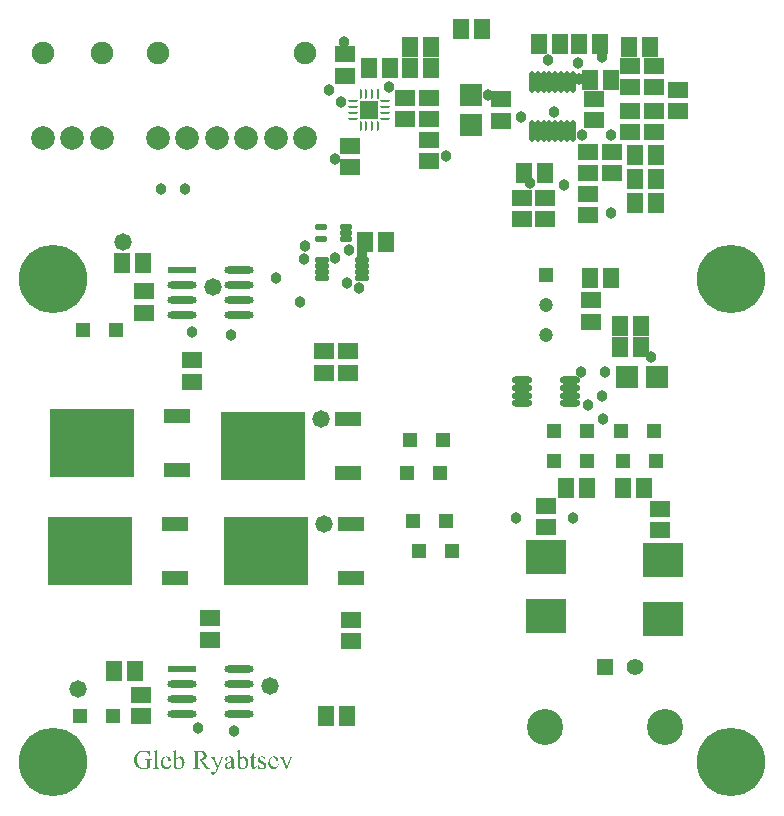
<source format=gbr>
%TF.GenerationSoftware,Altium Limited,Altium Designer,23.3.1 (30)*%
G04 Layer_Color=8388736*
%FSLAX45Y45*%
%MOMM*%
%TF.SameCoordinates,6F745D81-4E65-4738-B163-C7EBCDBB3273*%
%TF.FilePolarity,Negative*%
%TF.FileFunction,Soldermask,Top*%
%TF.Part,Single*%
G01*
G75*
%TA.AperFunction,SMDPad,CuDef*%
G04:AMPARAMS|DCode=16|XSize=2.48393mm|YSize=0.60684mm|CornerRadius=0.30342mm|HoleSize=0mm|Usage=FLASHONLY|Rotation=0.000|XOffset=0mm|YOffset=0mm|HoleType=Round|Shape=RoundedRectangle|*
%AMROUNDEDRECTD16*
21,1,2.48393,0.00000,0,0,0.0*
21,1,1.87709,0.60684,0,0,0.0*
1,1,0.60684,0.93854,0.00000*
1,1,0.60684,-0.93854,0.00000*
1,1,0.60684,-0.93854,0.00000*
1,1,0.60684,0.93854,0.00000*
%
%ADD16ROUNDEDRECTD16*%
%ADD17R,2.48393X0.60684*%
%ADD19R,3.50000X3.00000*%
%ADD21R,1.90620X1.95395*%
%ADD22R,1.60000X1.60000*%
G04:AMPARAMS|DCode=23|XSize=0.23928mm|YSize=0.80602mm|CornerRadius=0.11964mm|HoleSize=0mm|Usage=FLASHONLY|Rotation=270.000|XOffset=0mm|YOffset=0mm|HoleType=Round|Shape=RoundedRectangle|*
%AMROUNDEDRECTD23*
21,1,0.23928,0.56673,0,0,270.0*
21,1,0.00000,0.80602,0,0,270.0*
1,1,0.23928,-0.28337,0.00000*
1,1,0.23928,-0.28337,0.00000*
1,1,0.23928,0.28337,0.00000*
1,1,0.23928,0.28337,0.00000*
%
%ADD23ROUNDEDRECTD23*%
G04:AMPARAMS|DCode=24|XSize=0.80602mm|YSize=0.23928mm|CornerRadius=0.11964mm|HoleSize=0mm|Usage=FLASHONLY|Rotation=270.000|XOffset=0mm|YOffset=0mm|HoleType=Round|Shape=RoundedRectangle|*
%AMROUNDEDRECTD24*
21,1,0.80602,0.00000,0,0,270.0*
21,1,0.56673,0.23928,0,0,270.0*
1,1,0.23928,0.00000,-0.28337*
1,1,0.23928,0.00000,0.28337*
1,1,0.23928,0.00000,0.28337*
1,1,0.23928,0.00000,-0.28337*
%
%ADD24ROUNDEDRECTD24*%
%ADD25R,0.23928X0.80602*%
%ADD27R,1.95395X1.90620*%
%TA.AperFunction,ComponentPad*%
%ADD33C,1.40000*%
%ADD34R,1.40000X1.40000*%
%ADD35C,3.05000*%
%ADD36C,1.20000*%
%ADD37R,1.20000X1.20000*%
%TA.AperFunction,SMDPad,CuDef*%
%ADD47R,2.25320X1.20320*%
%ADD48R,7.10320X5.85320*%
%ADD49R,1.30160X1.30160*%
G04:AMPARAMS|DCode=50|XSize=0.5032mm|YSize=1.2032mm|CornerRadius=0.1511mm|HoleSize=0mm|Usage=FLASHONLY|Rotation=270.000|XOffset=0mm|YOffset=0mm|HoleType=Round|Shape=RoundedRectangle|*
%AMROUNDEDRECTD50*
21,1,0.50320,0.90100,0,0,270.0*
21,1,0.20100,1.20320,0,0,270.0*
1,1,0.30220,-0.45050,-0.10050*
1,1,0.30220,-0.45050,0.10050*
1,1,0.30220,0.45050,0.10050*
1,1,0.30220,0.45050,-0.10050*
%
%ADD50ROUNDEDRECTD50*%
%ADD51O,0.50320X1.85320*%
%ADD52R,1.65100X1.32080*%
%ADD53R,1.32080X1.65100*%
%ADD54O,1.70320X0.65320*%
G04:AMPARAMS|DCode=55|XSize=0.5032mm|YSize=1.0032mm|CornerRadius=0.1511mm|HoleSize=0mm|Usage=FLASHONLY|Rotation=270.000|XOffset=0mm|YOffset=0mm|HoleType=Round|Shape=RoundedRectangle|*
%AMROUNDEDRECTD55*
21,1,0.50320,0.70100,0,0,270.0*
21,1,0.20100,1.00320,0,0,270.0*
1,1,0.30220,-0.35050,-0.10050*
1,1,0.30220,-0.35050,0.10050*
1,1,0.30220,0.35050,0.10050*
1,1,0.30220,0.35050,-0.10050*
%
%ADD55ROUNDEDRECTD55*%
%TA.AperFunction,ComponentPad*%
%ADD56C,1.90320*%
%ADD57C,2.00320*%
%TA.AperFunction,ViaPad*%
%ADD58C,5.79120*%
%ADD59C,1.47320*%
%ADD60C,0.96520*%
G36*
X9686641Y4725879D02*
X9682769D01*
X9682651Y4726113D01*
X9682534Y4726700D01*
X9682182Y4727521D01*
X9681712Y4728812D01*
X9681126Y4730220D01*
X9680422Y4731981D01*
X9679600Y4733858D01*
X9678661Y4735853D01*
X9676432Y4740195D01*
X9673733Y4744654D01*
X9672325Y4746766D01*
X9670799Y4748879D01*
X9669156Y4750874D01*
X9667396Y4752634D01*
X9667279Y4752751D01*
X9666809Y4753221D01*
X9665988Y4753807D01*
X9664932Y4754746D01*
X9663641Y4755685D01*
X9661998Y4756741D01*
X9660120Y4758032D01*
X9658008Y4759205D01*
X9655661Y4760379D01*
X9652962Y4761670D01*
X9650146Y4762726D01*
X9647095Y4763782D01*
X9643809Y4764603D01*
X9640289Y4765190D01*
X9636533Y4765660D01*
X9632661Y4765777D01*
X9631370D01*
X9630666Y4765660D01*
X9629845D01*
X9628906Y4765542D01*
X9627850Y4765425D01*
X9625503Y4765073D01*
X9622686Y4764603D01*
X9619635Y4763899D01*
X9616232Y4762961D01*
X9612829Y4761670D01*
X9609191Y4760144D01*
X9605436Y4758384D01*
X9601798Y4756154D01*
X9598278Y4753455D01*
X9596518Y4752047D01*
X9594758Y4750404D01*
X9593115Y4748761D01*
X9591589Y4746884D01*
X9589946Y4745006D01*
X9588538Y4742894D01*
X9588421Y4742659D01*
X9587951Y4741955D01*
X9587365Y4740899D01*
X9586543Y4739491D01*
X9585604Y4737613D01*
X9584548Y4735384D01*
X9583492Y4732802D01*
X9582319Y4729868D01*
X9581145Y4726700D01*
X9579972Y4723180D01*
X9578916Y4719424D01*
X9577977Y4715317D01*
X9577155Y4711093D01*
X9576569Y4706516D01*
X9576099Y4701822D01*
X9575982Y4696894D01*
Y4696776D01*
Y4696659D01*
Y4695955D01*
Y4694781D01*
X9576099Y4693256D01*
X9576217Y4691378D01*
X9576451Y4689149D01*
X9576686Y4686567D01*
X9577038Y4683868D01*
X9577507Y4680934D01*
X9577977Y4677766D01*
X9578681Y4674480D01*
X9579502Y4671194D01*
X9580441Y4667674D01*
X9581615Y4664271D01*
X9582905Y4660868D01*
X9584314Y4657465D01*
X9584431Y4657230D01*
X9584666Y4656643D01*
X9585135Y4655822D01*
X9585839Y4654531D01*
X9586661Y4653123D01*
X9587717Y4651363D01*
X9588890Y4649485D01*
X9590181Y4647490D01*
X9591706Y4645378D01*
X9593349Y4643266D01*
X9595110Y4641036D01*
X9597105Y4638924D01*
X9599217Y4636811D01*
X9601446Y4634816D01*
X9603793Y4632939D01*
X9606258Y4631296D01*
X9606375Y4631179D01*
X9606844Y4630944D01*
X9607666Y4630592D01*
X9608605Y4630005D01*
X9609895Y4629418D01*
X9611304Y4628714D01*
X9612946Y4628010D01*
X9614824Y4627189D01*
X9616936Y4626485D01*
X9619049Y4625663D01*
X9621396Y4624959D01*
X9623743Y4624373D01*
X9626324Y4623786D01*
X9628906Y4623434D01*
X9631487Y4623199D01*
X9634186Y4623082D01*
X9635595D01*
X9636416Y4623199D01*
X9637238D01*
X9638294Y4623316D01*
X9639350D01*
X9641814Y4623551D01*
X9644513Y4624020D01*
X9647447Y4624490D01*
X9650380Y4625194D01*
X9650498D01*
X9650733Y4625311D01*
X9651202Y4625429D01*
X9651671Y4625546D01*
X9652375Y4625781D01*
X9653314Y4626133D01*
X9655192Y4626719D01*
X9657539Y4627658D01*
X9660120Y4628714D01*
X9662819Y4630005D01*
X9665518Y4631413D01*
Y4675067D01*
Y4675184D01*
Y4675536D01*
Y4676123D01*
Y4676944D01*
Y4677766D01*
X9665401Y4678822D01*
X9665284Y4681169D01*
X9665049Y4683751D01*
X9664814Y4686215D01*
X9664580Y4687271D01*
X9664345Y4688327D01*
X9664110Y4689266D01*
X9663758Y4689970D01*
X9663641Y4690087D01*
X9663406Y4690557D01*
X9663054Y4691261D01*
X9662467Y4692082D01*
X9661646Y4692904D01*
X9660707Y4693843D01*
X9659651Y4694664D01*
X9658360Y4695485D01*
X9658243Y4695603D01*
X9657656Y4695837D01*
X9656717Y4696072D01*
X9655426Y4696424D01*
X9653666Y4696776D01*
X9651437Y4697128D01*
X9650263Y4697246D01*
X9648855D01*
X9647329Y4697363D01*
X9645687D01*
Y4701470D01*
X9704361D01*
Y4697363D01*
X9700723D01*
X9700136Y4697246D01*
X9699432D01*
X9698611Y4697011D01*
X9696733Y4696659D01*
X9694738Y4695955D01*
X9692743Y4694899D01*
X9691804Y4694195D01*
X9690983Y4693490D01*
X9690279Y4692552D01*
X9689575Y4691496D01*
X9689457Y4691261D01*
X9689340Y4691026D01*
X9689223Y4690674D01*
X9689105Y4690205D01*
X9688871Y4689501D01*
X9688636Y4688797D01*
X9688519Y4687858D01*
X9688284Y4686802D01*
X9688049Y4685628D01*
X9687815Y4684337D01*
X9687697Y4682812D01*
X9687580Y4681169D01*
X9687462Y4679291D01*
X9687345Y4677296D01*
Y4675067D01*
Y4628714D01*
X9687228Y4628597D01*
X9686758Y4628362D01*
X9686054Y4628128D01*
X9685116Y4627658D01*
X9683942Y4627072D01*
X9682651Y4626367D01*
X9681008Y4625663D01*
X9679365Y4624959D01*
X9677488Y4624138D01*
X9675493Y4623316D01*
X9671151Y4621674D01*
X9666575Y4620031D01*
X9661881Y4618740D01*
X9661763D01*
X9661294Y4618622D01*
X9660590Y4618388D01*
X9659651Y4618270D01*
X9658478Y4618036D01*
X9657187Y4617684D01*
X9655544Y4617449D01*
X9653784Y4617097D01*
X9651789Y4616745D01*
X9649676Y4616510D01*
X9647329Y4616276D01*
X9644865Y4615923D01*
X9642401Y4615806D01*
X9639702Y4615571D01*
X9634069Y4615454D01*
X9632192D01*
X9631135Y4615571D01*
X9629845Y4615689D01*
X9628436Y4615806D01*
X9626911Y4615923D01*
X9625151Y4616041D01*
X9623156Y4616276D01*
X9621161Y4616628D01*
X9618931Y4616980D01*
X9614355Y4617801D01*
X9609309Y4618975D01*
X9604028Y4620500D01*
X9598513Y4622260D01*
X9592997Y4624607D01*
X9590181Y4625898D01*
X9587482Y4627306D01*
X9584666Y4628832D01*
X9581967Y4630475D01*
X9579385Y4632352D01*
X9576803Y4634230D01*
X9574339Y4636342D01*
X9571875Y4638572D01*
X9569645Y4640919D01*
X9567415Y4643500D01*
Y4643618D01*
X9567181Y4643735D01*
X9566946Y4644087D01*
X9566711Y4644439D01*
X9565890Y4645613D01*
X9564716Y4647255D01*
X9563426Y4649250D01*
X9562017Y4651597D01*
X9560492Y4654414D01*
X9558966Y4657465D01*
X9557324Y4660985D01*
X9555798Y4664623D01*
X9554390Y4668730D01*
X9553099Y4672955D01*
X9551926Y4677414D01*
X9551104Y4682225D01*
X9550635Y4687154D01*
X9550400Y4692200D01*
Y4692434D01*
Y4693138D01*
X9550517Y4694195D01*
Y4695603D01*
X9550752Y4697363D01*
X9550869Y4699475D01*
X9551221Y4701822D01*
X9551573Y4704521D01*
X9552043Y4707338D01*
X9552747Y4710271D01*
X9553451Y4713440D01*
X9554390Y4716725D01*
X9555446Y4720128D01*
X9556737Y4723532D01*
X9558262Y4727052D01*
X9559905Y4730455D01*
Y4730572D01*
X9560023Y4730690D01*
X9560492Y4731394D01*
X9561079Y4732567D01*
X9562017Y4734093D01*
X9563191Y4735853D01*
X9564599Y4737965D01*
X9566242Y4740312D01*
X9568120Y4742894D01*
X9570232Y4745476D01*
X9572579Y4748292D01*
X9575160Y4750991D01*
X9577977Y4753807D01*
X9581028Y4756624D01*
X9584196Y4759205D01*
X9587599Y4761670D01*
X9591237Y4764017D01*
X9591472Y4764134D01*
X9592059Y4764486D01*
X9592880Y4764955D01*
X9594171Y4765542D01*
X9595814Y4766246D01*
X9597691Y4767068D01*
X9599921Y4768006D01*
X9602385Y4768945D01*
X9605202Y4769767D01*
X9608135Y4770705D01*
X9611421Y4771527D01*
X9614824Y4772231D01*
X9618462Y4772818D01*
X9622334Y4773287D01*
X9626324Y4773639D01*
X9630549Y4773757D01*
X9632661D01*
X9633600Y4773639D01*
X9635595D01*
X9637824Y4773404D01*
X9640406Y4773170D01*
X9642988Y4772818D01*
X9645569Y4772348D01*
X9645687D01*
X9645921Y4772231D01*
X9646273D01*
X9646860Y4772114D01*
X9647564Y4771879D01*
X9648386Y4771644D01*
X9649324Y4771410D01*
X9650498Y4771175D01*
X9651789Y4770823D01*
X9653197Y4770353D01*
X9654840Y4769884D01*
X9656483Y4769297D01*
X9658360Y4768711D01*
X9660355Y4768006D01*
X9662467Y4767302D01*
X9664697Y4766481D01*
X9664814D01*
X9664932Y4766364D01*
X9665284Y4766246D01*
X9665753Y4766129D01*
X9666809Y4765777D01*
X9668100Y4765307D01*
X9669508Y4764838D01*
X9670916Y4764486D01*
X9672207Y4764251D01*
X9673146Y4764134D01*
X9673498D01*
X9673850Y4764251D01*
X9674437Y4764369D01*
X9675024Y4764603D01*
X9675610Y4764955D01*
X9676197Y4765425D01*
X9676784Y4766012D01*
X9676901Y4766129D01*
X9677018Y4766364D01*
X9677253Y4766950D01*
X9677605Y4767772D01*
X9677957Y4768828D01*
X9678192Y4770119D01*
X9678427Y4771762D01*
X9678661Y4773757D01*
X9682769D01*
X9686641Y4725879D01*
D02*
G37*
G36*
X10664385Y4689266D02*
X10660747D01*
Y4689501D01*
X10660512Y4689970D01*
X10660277Y4690792D01*
X10659925Y4691965D01*
X10659573Y4693256D01*
X10658987Y4694782D01*
X10658400Y4696424D01*
X10657696Y4698185D01*
X10656170Y4701940D01*
X10654293Y4705578D01*
X10653237Y4707338D01*
X10652063Y4708981D01*
X10650890Y4710389D01*
X10649716Y4711562D01*
X10649599Y4711680D01*
X10649364Y4711797D01*
X10649012Y4712149D01*
X10648543Y4712501D01*
X10647838Y4712971D01*
X10647134Y4713440D01*
X10646196Y4714027D01*
X10645139Y4714613D01*
X10643966Y4715083D01*
X10642675Y4715670D01*
X10639859Y4716608D01*
X10636456Y4717312D01*
X10634696Y4717430D01*
X10632818Y4717547D01*
X10632114D01*
X10631527Y4717430D01*
X10630823D01*
X10630119Y4717312D01*
X10628241Y4717078D01*
X10626246Y4716491D01*
X10624134Y4715787D01*
X10622022Y4714731D01*
X10620144Y4713323D01*
X10619910Y4713088D01*
X10619440Y4712618D01*
X10618619Y4711797D01*
X10617797Y4710624D01*
X10616976Y4709333D01*
X10616155Y4707690D01*
X10615685Y4706047D01*
X10615450Y4704169D01*
Y4704052D01*
Y4703935D01*
Y4703583D01*
X10615568Y4703113D01*
X10615685Y4701940D01*
X10615920Y4700532D01*
X10616272Y4698889D01*
X10616976Y4697011D01*
X10617797Y4695251D01*
X10618971Y4693491D01*
X10619088Y4693256D01*
X10619675Y4692669D01*
X10620614Y4691731D01*
X10621318Y4691144D01*
X10622022Y4690557D01*
X10622961Y4689853D01*
X10624017Y4689149D01*
X10625073Y4688327D01*
X10626364Y4687506D01*
X10627889Y4686567D01*
X10629415Y4685628D01*
X10631175Y4684690D01*
X10633053Y4683751D01*
X10649364Y4675889D01*
X10649481D01*
X10649599Y4675771D01*
X10650303Y4675419D01*
X10651476Y4674715D01*
X10652884Y4673894D01*
X10654645Y4672837D01*
X10656522Y4671429D01*
X10658635Y4669904D01*
X10660747Y4668144D01*
X10662859Y4666149D01*
X10664971Y4663919D01*
X10666849Y4661572D01*
X10668609Y4658990D01*
X10670017Y4656174D01*
X10671191Y4653240D01*
X10671895Y4650072D01*
X10672012Y4648429D01*
X10672130Y4646786D01*
Y4646669D01*
Y4646199D01*
X10672012Y4645495D01*
Y4644439D01*
X10671777Y4643266D01*
X10671543Y4641975D01*
X10671191Y4640449D01*
X10670839Y4638689D01*
X10670252Y4636929D01*
X10669548Y4635169D01*
X10668726Y4633291D01*
X10667670Y4631414D01*
X10666497Y4629536D01*
X10665089Y4627659D01*
X10663446Y4625898D01*
X10661568Y4624255D01*
X10661451Y4624138D01*
X10661099Y4623903D01*
X10660512Y4623434D01*
X10659691Y4622965D01*
X10658752Y4622261D01*
X10657578Y4621556D01*
X10656170Y4620852D01*
X10654645Y4620031D01*
X10653002Y4619209D01*
X10651124Y4618505D01*
X10649247Y4617801D01*
X10647134Y4617097D01*
X10644905Y4616628D01*
X10642675Y4616158D01*
X10640328Y4615924D01*
X10637864Y4615806D01*
X10636221D01*
X10635282Y4615924D01*
X10634226Y4616041D01*
X10633053D01*
X10631644Y4616276D01*
X10630119Y4616393D01*
X10628476Y4616628D01*
X10626716Y4616862D01*
X10624838Y4617215D01*
X10620731Y4618036D01*
X10616389Y4619092D01*
X10616272D01*
X10615802Y4619327D01*
X10615098Y4619444D01*
X10614277Y4619679D01*
X10612282Y4620031D01*
X10611343Y4620266D01*
X10609935D01*
X10609466Y4620148D01*
X10608996Y4619914D01*
X10608292Y4619561D01*
X10607588Y4618975D01*
X10607001Y4618271D01*
X10606415Y4617332D01*
X10602777D01*
Y4653827D01*
X10606415D01*
Y4653710D01*
X10606532Y4653123D01*
X10606767Y4652302D01*
X10607001Y4651245D01*
X10607353Y4649955D01*
X10607823Y4648429D01*
X10608410Y4646786D01*
X10608996Y4645026D01*
X10610639Y4641154D01*
X10611578Y4639159D01*
X10612751Y4637281D01*
X10613925Y4635286D01*
X10615216Y4633526D01*
X10616741Y4631766D01*
X10618267Y4630240D01*
X10618384Y4630123D01*
X10618619Y4629888D01*
X10619206Y4629536D01*
X10619792Y4629067D01*
X10620614Y4628363D01*
X10621670Y4627776D01*
X10622843Y4627072D01*
X10624134Y4626368D01*
X10625542Y4625546D01*
X10627068Y4624842D01*
X10630354Y4623669D01*
X10632231Y4623082D01*
X10634109Y4622730D01*
X10636104Y4622495D01*
X10638099Y4622378D01*
X10638803D01*
X10639389Y4622495D01*
X10640094D01*
X10640798Y4622613D01*
X10642558Y4622965D01*
X10644553Y4623434D01*
X10646665Y4624255D01*
X10648777Y4625312D01*
X10650655Y4626837D01*
X10650890Y4627072D01*
X10651476Y4627659D01*
X10652180Y4628597D01*
X10653119Y4629888D01*
X10654058Y4631414D01*
X10654762Y4633291D01*
X10655349Y4635403D01*
X10655583Y4637750D01*
Y4637868D01*
Y4638102D01*
Y4638455D01*
X10655466Y4639041D01*
Y4639628D01*
X10655349Y4640449D01*
X10654879Y4642210D01*
X10654293Y4644205D01*
X10653237Y4646317D01*
X10651946Y4648546D01*
X10651007Y4649603D01*
X10650068Y4650541D01*
X10649951Y4650659D01*
X10649833Y4650776D01*
X10649481Y4651128D01*
X10649012Y4651480D01*
X10648308Y4652067D01*
X10647486Y4652654D01*
X10646548Y4653358D01*
X10645374Y4654179D01*
X10643966Y4655118D01*
X10642440Y4656057D01*
X10640680Y4657230D01*
X10638685Y4658404D01*
X10636456Y4659577D01*
X10634109Y4660985D01*
X10631410Y4662394D01*
X10628476Y4663802D01*
X10628241Y4663919D01*
X10627772Y4664154D01*
X10626951Y4664623D01*
X10625894Y4665210D01*
X10624604Y4665914D01*
X10623078Y4666735D01*
X10621435Y4667674D01*
X10619792Y4668613D01*
X10616155Y4670960D01*
X10612634Y4673307D01*
X10611109Y4674598D01*
X10609583Y4675889D01*
X10608292Y4677179D01*
X10607236Y4678353D01*
Y4678470D01*
X10607001Y4678705D01*
X10606767Y4679057D01*
X10606415Y4679526D01*
X10606063Y4680113D01*
X10605711Y4680817D01*
X10605241Y4681756D01*
X10604772Y4682695D01*
X10603833Y4685042D01*
X10603129Y4687858D01*
X10602542Y4690909D01*
X10602307Y4694430D01*
Y4694547D01*
Y4695016D01*
X10602425Y4695603D01*
Y4696542D01*
X10602542Y4697598D01*
X10602777Y4698889D01*
X10603012Y4700297D01*
X10603364Y4701822D01*
X10603833Y4703465D01*
X10604420Y4705108D01*
X10605124Y4706868D01*
X10605945Y4708746D01*
X10606884Y4710506D01*
X10608058Y4712266D01*
X10609348Y4713909D01*
X10610874Y4715552D01*
X10610991Y4715670D01*
X10611226Y4715904D01*
X10611813Y4716374D01*
X10612399Y4716843D01*
X10613338Y4717547D01*
X10614394Y4718251D01*
X10615568Y4719073D01*
X10616976Y4719894D01*
X10618501Y4720598D01*
X10620144Y4721420D01*
X10622022Y4722124D01*
X10624017Y4722828D01*
X10626129Y4723297D01*
X10628359Y4723767D01*
X10630823Y4724001D01*
X10633287Y4724119D01*
X10634343D01*
X10634930Y4724001D01*
X10635634D01*
X10637395Y4723767D01*
X10639507Y4723532D01*
X10642088Y4723062D01*
X10644905Y4722358D01*
X10647956Y4721537D01*
X10648073D01*
X10648191Y4721420D01*
X10648895Y4721302D01*
X10649833Y4721068D01*
X10651124Y4720715D01*
X10652298Y4720363D01*
X10653589Y4720129D01*
X10654762Y4720011D01*
X10655583Y4719894D01*
X10655936D01*
X10656640Y4720011D01*
X10657461Y4720246D01*
X10658282Y4720598D01*
X10658517Y4720715D01*
X10658752Y4720950D01*
X10658987Y4721302D01*
X10659339Y4721772D01*
X10659808Y4722476D01*
X10660277Y4723180D01*
X10660747Y4724119D01*
X10664385D01*
Y4689266D01*
D02*
G37*
G36*
X10309994Y4717195D02*
X10309759D01*
X10309290Y4717078D01*
X10308585Y4716960D01*
X10307647Y4716843D01*
X10305534Y4716256D01*
X10304596Y4715787D01*
X10303657Y4715317D01*
X10303539Y4715200D01*
X10303305Y4715083D01*
X10302835Y4714731D01*
X10302249Y4714261D01*
X10301427Y4713557D01*
X10300606Y4712618D01*
X10299667Y4711562D01*
X10298728Y4710272D01*
Y4710154D01*
X10298493Y4709919D01*
X10298259Y4709450D01*
X10297907Y4708629D01*
X10297320Y4707455D01*
X10296733Y4705930D01*
X10296381Y4705108D01*
X10295912Y4704052D01*
X10295442Y4702879D01*
X10294973Y4701588D01*
X10253432Y4599495D01*
X10253315Y4599377D01*
X10253197Y4598791D01*
X10252845Y4598087D01*
X10252376Y4597030D01*
X10251672Y4595857D01*
X10250968Y4594449D01*
X10250146Y4592806D01*
X10249207Y4591163D01*
X10246860Y4587525D01*
X10244161Y4583770D01*
X10241110Y4580250D01*
X10239350Y4578607D01*
X10237590Y4577081D01*
X10237473Y4576964D01*
X10237120Y4576729D01*
X10236651Y4576377D01*
X10235947Y4575908D01*
X10235008Y4575321D01*
X10234069Y4574617D01*
X10232896Y4574030D01*
X10231605Y4573326D01*
X10228671Y4571918D01*
X10225620Y4570627D01*
X10223860Y4570158D01*
X10222217Y4569806D01*
X10220574Y4569571D01*
X10218814Y4569454D01*
X10218227D01*
X10217758Y4569571D01*
X10216467Y4569688D01*
X10215059Y4569923D01*
X10213299Y4570392D01*
X10211539Y4571097D01*
X10209661Y4572035D01*
X10208018Y4573326D01*
X10207783Y4573443D01*
X10207314Y4574030D01*
X10206727Y4574734D01*
X10205906Y4575790D01*
X10205084Y4577081D01*
X10204498Y4578607D01*
X10204028Y4580250D01*
X10203794Y4582010D01*
Y4582245D01*
Y4582831D01*
X10203911Y4583653D01*
X10204146Y4584709D01*
X10204498Y4585882D01*
X10205084Y4587173D01*
X10205789Y4588347D01*
X10206845Y4589520D01*
X10206962Y4589638D01*
X10207431Y4589990D01*
X10208136Y4590459D01*
X10209074Y4590928D01*
X10210248Y4591398D01*
X10211656Y4591867D01*
X10213299Y4592219D01*
X10215176Y4592337D01*
X10215881D01*
X10216702Y4592219D01*
X10217875Y4592102D01*
X10219284Y4591750D01*
X10221044Y4591398D01*
X10223039Y4590811D01*
X10225268Y4589990D01*
X10225503Y4589872D01*
X10225972Y4589755D01*
X10226794Y4589403D01*
X10227615Y4589168D01*
X10228554Y4588816D01*
X10229493Y4588464D01*
X10230197Y4588347D01*
X10230784Y4588229D01*
X10230901D01*
X10231370Y4588347D01*
X10232075Y4588464D01*
X10233013Y4588699D01*
X10234069Y4589051D01*
X10235243Y4589755D01*
X10236651Y4590576D01*
X10238059Y4591750D01*
X10238294Y4591867D01*
X10238763Y4592454D01*
X10239585Y4593393D01*
X10240524Y4594683D01*
X10241110Y4595505D01*
X10241814Y4596561D01*
X10242519Y4597617D01*
X10243105Y4598791D01*
X10243927Y4600199D01*
X10244631Y4601724D01*
X10245335Y4603367D01*
X10246156Y4605127D01*
X10253315Y4622847D01*
X10216585Y4699945D01*
X10216467Y4700062D01*
X10216233Y4700531D01*
X10215881Y4701353D01*
X10215294Y4702409D01*
X10214472Y4703582D01*
X10213534Y4705108D01*
X10212477Y4706751D01*
X10211187Y4708628D01*
X10211069Y4708863D01*
X10210717Y4709332D01*
X10210248Y4709919D01*
X10209544Y4710858D01*
X10208018Y4712618D01*
X10207314Y4713440D01*
X10206610Y4714026D01*
X10206493Y4714144D01*
X10206141Y4714378D01*
X10205437Y4714613D01*
X10204615Y4715083D01*
X10203442Y4715552D01*
X10202033Y4716139D01*
X10200273Y4716608D01*
X10198278Y4717195D01*
Y4721185D01*
X10246156D01*
Y4717195D01*
X10242988D01*
X10242049Y4717077D01*
X10240993Y4716960D01*
X10239702Y4716608D01*
X10238411Y4716256D01*
X10237238Y4715669D01*
X10236182Y4714965D01*
X10236064Y4714848D01*
X10235830Y4714613D01*
X10235360Y4714144D01*
X10235008Y4713440D01*
X10234539Y4712618D01*
X10234069Y4711679D01*
X10233835Y4710623D01*
X10233717Y4709450D01*
Y4709215D01*
X10233835Y4708628D01*
X10233952Y4707690D01*
X10234187Y4706281D01*
X10234656Y4704639D01*
X10235360Y4702526D01*
X10236182Y4700062D01*
X10237473Y4697363D01*
X10262350Y4645495D01*
X10285233Y4702292D01*
X10285351Y4702527D01*
X10285585Y4703113D01*
X10285820Y4703935D01*
X10286172Y4705108D01*
X10286524Y4706516D01*
X10286876Y4708042D01*
X10286993Y4709685D01*
X10287111Y4711328D01*
Y4711445D01*
Y4711680D01*
Y4712032D01*
X10286993Y4712501D01*
X10286759Y4713557D01*
X10286289Y4714379D01*
Y4714496D01*
X10286172Y4714613D01*
X10285585Y4715083D01*
X10284764Y4715787D01*
X10283473Y4716374D01*
X10283356D01*
X10283121Y4716491D01*
X10282652Y4716608D01*
X10281947Y4716843D01*
X10281009Y4716960D01*
X10279835Y4717078D01*
X10278427Y4717195D01*
X10276784D01*
Y4721185D01*
X10309994D01*
Y4717195D01*
D02*
G37*
G36*
X10893917D02*
X10893683D01*
X10892978Y4717078D01*
X10892040Y4716960D01*
X10890749Y4716726D01*
X10889458Y4716374D01*
X10888167Y4715904D01*
X10886876Y4715435D01*
X10885938Y4714731D01*
X10885820Y4714613D01*
X10885233Y4714144D01*
X10884529Y4713323D01*
X10883591Y4712149D01*
X10882417Y4710624D01*
X10881244Y4708629D01*
X10880070Y4706282D01*
X10878897Y4703583D01*
X10842871Y4615806D01*
X10838177D01*
X10801916Y4702057D01*
Y4702174D01*
X10801799Y4702292D01*
X10801447Y4703113D01*
X10800978Y4704169D01*
X10800391Y4705460D01*
X10799687Y4706868D01*
X10798865Y4708277D01*
X10798044Y4709685D01*
X10797222Y4710741D01*
X10797105Y4710858D01*
X10796870Y4711210D01*
X10796284Y4711680D01*
X10795697Y4712266D01*
X10794876Y4712971D01*
X10793819Y4713792D01*
X10792763Y4714496D01*
X10791472Y4715200D01*
X10791355D01*
X10791120Y4715435D01*
X10790534Y4715552D01*
X10789830Y4715904D01*
X10788773Y4716139D01*
X10787483Y4716491D01*
X10785957Y4716843D01*
X10783962Y4717195D01*
Y4721185D01*
X10831958D01*
Y4717195D01*
X10828085D01*
X10827264Y4717078D01*
X10826325Y4716960D01*
X10825269Y4716608D01*
X10824213Y4716256D01*
X10823156Y4715670D01*
X10822218Y4714965D01*
X10822100Y4714848D01*
X10821866Y4714613D01*
X10821514Y4714144D01*
X10821161Y4713440D01*
X10820692Y4712618D01*
X10820340Y4711680D01*
X10820105Y4710624D01*
X10819988Y4709333D01*
Y4709215D01*
Y4708629D01*
X10820105Y4707807D01*
X10820340Y4706751D01*
X10820575Y4705343D01*
X10820927Y4703817D01*
X10821514Y4702057D01*
X10822335Y4700062D01*
X10846039Y4643500D01*
X10869861Y4702174D01*
Y4702292D01*
X10869978Y4702409D01*
X10870096Y4702761D01*
X10870213Y4703231D01*
X10870682Y4704287D01*
X10871152Y4705695D01*
X10871504Y4707220D01*
X10871973Y4708863D01*
X10872208Y4710389D01*
X10872325Y4711680D01*
Y4711797D01*
Y4711914D01*
X10872208Y4712618D01*
X10871973Y4713440D01*
X10871504Y4714261D01*
Y4714379D01*
X10871269Y4714496D01*
X10870682Y4715200D01*
X10869626Y4715904D01*
X10868335Y4716491D01*
X10868218D01*
X10867983Y4716608D01*
X10867397Y4716726D01*
X10866693Y4716843D01*
X10865636Y4716960D01*
X10864228Y4717078D01*
X10862585Y4717195D01*
X10860590D01*
Y4721185D01*
X10893917D01*
Y4717195D01*
D02*
G37*
G36*
X10109563Y4770236D02*
X10111793Y4770119D01*
X10114374D01*
X10117073Y4769884D01*
X10119890Y4769767D01*
X10122824Y4769532D01*
X10128691Y4768828D01*
X10131507Y4768476D01*
X10134206Y4768006D01*
X10136788Y4767420D01*
X10139018Y4766833D01*
X10139135D01*
X10139487Y4766716D01*
X10140191Y4766481D01*
X10140895Y4766129D01*
X10141951Y4765777D01*
X10143125Y4765190D01*
X10144416Y4764603D01*
X10145824Y4763899D01*
X10147232Y4763078D01*
X10148875Y4762139D01*
X10150400Y4761083D01*
X10152043Y4759909D01*
X10153686Y4758501D01*
X10155329Y4757093D01*
X10156972Y4755568D01*
X10158497Y4753807D01*
X10158615Y4753690D01*
X10158849Y4753338D01*
X10159201Y4752869D01*
X10159788Y4752164D01*
X10160375Y4751226D01*
X10161079Y4750170D01*
X10161783Y4748879D01*
X10162605Y4747471D01*
X10163309Y4745945D01*
X10164013Y4744185D01*
X10164717Y4742307D01*
X10165304Y4740312D01*
X10165890Y4738200D01*
X10166242Y4735970D01*
X10166477Y4733741D01*
X10166594Y4731277D01*
Y4731159D01*
Y4730690D01*
Y4729868D01*
X10166477Y4728930D01*
X10166360Y4727756D01*
X10166125Y4726348D01*
X10165773Y4724705D01*
X10165421Y4723062D01*
X10164951Y4721185D01*
X10164365Y4719190D01*
X10163661Y4717195D01*
X10162722Y4715200D01*
X10161666Y4713088D01*
X10160492Y4710975D01*
X10159084Y4708980D01*
X10157441Y4706986D01*
X10157324Y4706868D01*
X10156972Y4706516D01*
X10156502Y4706047D01*
X10155681Y4705343D01*
X10154742Y4704521D01*
X10153569Y4703582D01*
X10152161Y4702526D01*
X10150518Y4701353D01*
X10148640Y4700179D01*
X10146528Y4699006D01*
X10144181Y4697832D01*
X10141599Y4696542D01*
X10138900Y4695485D01*
X10135849Y4694429D01*
X10132681Y4693373D01*
X10129160Y4692552D01*
X10160610Y4649133D01*
X10160727Y4649016D01*
X10161079Y4648429D01*
X10161666Y4647725D01*
X10162370Y4646669D01*
X10163309Y4645495D01*
X10164365Y4644087D01*
X10165656Y4642561D01*
X10166946Y4641036D01*
X10169763Y4637633D01*
X10172931Y4634347D01*
X10174457Y4632822D01*
X10175982Y4631413D01*
X10177508Y4630240D01*
X10179033Y4629184D01*
X10179151D01*
X10179385Y4628949D01*
X10179855Y4628714D01*
X10180441Y4628362D01*
X10181263Y4628010D01*
X10182084Y4627541D01*
X10183258Y4627072D01*
X10184431Y4626602D01*
X10185839Y4626015D01*
X10187365Y4625546D01*
X10189008Y4624959D01*
X10190768Y4624490D01*
X10192646Y4624020D01*
X10194758Y4623551D01*
X10199100Y4622964D01*
Y4618857D01*
X10158615D01*
X10107216Y4689735D01*
X10106277D01*
X10105221Y4689618D01*
X10102522D01*
X10100997Y4689501D01*
X10094660D01*
X10093839Y4689618D01*
X10092782D01*
X10091609Y4689735D01*
Y4645730D01*
Y4645613D01*
Y4645143D01*
Y4644322D01*
Y4643383D01*
X10091726Y4642327D01*
Y4641036D01*
X10091961Y4638102D01*
X10092313Y4635051D01*
X10092900Y4632117D01*
X10093252Y4630827D01*
X10093604Y4629653D01*
X10094073Y4628714D01*
X10094660Y4627893D01*
X10094895Y4627658D01*
X10095481Y4627072D01*
X10096420Y4626367D01*
X10097828Y4625429D01*
X10099589Y4624490D01*
X10101818Y4623786D01*
X10104400Y4623199D01*
X10107334Y4622964D01*
X10113318D01*
Y4618857D01*
X10048425D01*
Y4622964D01*
X10054996D01*
X10055583Y4623082D01*
X10056405Y4623199D01*
X10057343Y4623316D01*
X10059338Y4623786D01*
X10061568Y4624490D01*
X10063915Y4625546D01*
X10064971Y4626250D01*
X10066027Y4627189D01*
X10066966Y4628128D01*
X10067787Y4629184D01*
X10067905Y4629418D01*
X10068022Y4629653D01*
X10068139Y4629888D01*
X10068374Y4630357D01*
X10068491Y4630944D01*
X10068726Y4631765D01*
X10068961Y4632587D01*
X10069196Y4633643D01*
X10069430Y4634816D01*
X10069548Y4636107D01*
X10069782Y4637633D01*
X10069900Y4639393D01*
X10070017Y4641271D01*
X10070134Y4643383D01*
Y4645730D01*
Y4743481D01*
Y4743598D01*
Y4744067D01*
Y4744772D01*
Y4745828D01*
X10070017Y4746884D01*
Y4748175D01*
X10069782Y4751108D01*
X10069313Y4754159D01*
X10068843Y4756976D01*
X10068491Y4758267D01*
X10068022Y4759440D01*
X10067553Y4760496D01*
X10066966Y4761200D01*
Y4761318D01*
X10066731Y4761435D01*
X10066144Y4762022D01*
X10065088Y4762843D01*
X10063680Y4763782D01*
X10061920Y4764603D01*
X10059690Y4765425D01*
X10057109Y4766012D01*
X10055583Y4766246D01*
X10048425D01*
Y4770353D01*
X10107568D01*
X10109563Y4770236D01*
D02*
G37*
G36*
X9750009Y4641975D02*
Y4641857D01*
Y4641505D01*
Y4641036D01*
Y4640449D01*
Y4639628D01*
X9750126Y4638806D01*
Y4636811D01*
X9750361Y4634582D01*
X9750596Y4632470D01*
X9750830Y4630592D01*
X9751065Y4629888D01*
X9751300Y4629184D01*
X9751417Y4629066D01*
X9751534Y4628714D01*
X9751887Y4628128D01*
X9752356Y4627424D01*
X9752943Y4626602D01*
X9753764Y4625781D01*
X9754586Y4625077D01*
X9755642Y4624373D01*
X9755759Y4624255D01*
X9756228Y4624138D01*
X9757050Y4623903D01*
X9758106Y4623668D01*
X9759631Y4623316D01*
X9761509Y4623082D01*
X9763856Y4622964D01*
X9765147Y4622847D01*
X9766555D01*
Y4618857D01*
X9716213D01*
Y4622847D01*
X9717386D01*
X9718560Y4622964D01*
X9720085Y4623082D01*
X9721611Y4623199D01*
X9723254Y4623434D01*
X9724662Y4623786D01*
X9725835Y4624255D01*
X9725953Y4624373D01*
X9726305Y4624490D01*
X9726774Y4624842D01*
X9727361Y4625429D01*
X9727948Y4626015D01*
X9728652Y4626837D01*
X9729356Y4627776D01*
X9729942Y4628949D01*
X9730060Y4629066D01*
X9730177Y4629653D01*
X9730412Y4630592D01*
X9730764Y4631883D01*
X9730881Y4632704D01*
X9730999Y4633643D01*
X9731116Y4634699D01*
X9731233Y4635873D01*
X9731351Y4637163D01*
Y4638689D01*
X9731468Y4640214D01*
Y4641975D01*
Y4734914D01*
Y4735149D01*
Y4735618D01*
Y4736557D01*
Y4737731D01*
Y4739022D01*
Y4740547D01*
X9731351Y4742307D01*
Y4744067D01*
X9731233Y4747705D01*
Y4749465D01*
X9731116Y4751108D01*
X9730999Y4752634D01*
X9730881Y4754042D01*
X9730764Y4755216D01*
X9730647Y4756037D01*
Y4756272D01*
X9730529Y4756741D01*
X9730294Y4757328D01*
X9730060Y4758267D01*
X9729238Y4760027D01*
X9728652Y4760848D01*
X9728065Y4761435D01*
X9727948Y4761552D01*
X9727713Y4761670D01*
X9727361Y4761904D01*
X9726891Y4762256D01*
X9726305Y4762491D01*
X9725601Y4762726D01*
X9724662Y4762843D01*
X9723723Y4762961D01*
X9723254D01*
X9722550Y4762843D01*
X9721728Y4762726D01*
X9720672Y4762491D01*
X9719381Y4762256D01*
X9717973Y4761787D01*
X9716330Y4761200D01*
X9714453Y4765190D01*
X9744963Y4777746D01*
X9750009D01*
Y4641975D01*
D02*
G37*
G36*
X10564521Y4721185D02*
X10588343D01*
Y4713323D01*
X10564521D01*
Y4646904D01*
Y4646786D01*
Y4646434D01*
Y4645965D01*
Y4645261D01*
X10564639Y4644557D01*
Y4643618D01*
X10564873Y4641506D01*
X10565226Y4639276D01*
X10565695Y4637164D01*
X10566399Y4635169D01*
X10566868Y4634230D01*
X10567338Y4633526D01*
X10567455Y4633409D01*
X10567807Y4633057D01*
X10568511Y4632470D01*
X10569333Y4631883D01*
X10570389Y4631179D01*
X10571562Y4630710D01*
X10572970Y4630240D01*
X10574613Y4630123D01*
X10575200D01*
X10576022Y4630240D01*
X10576960Y4630358D01*
X10578016Y4630710D01*
X10579190Y4631062D01*
X10580481Y4631648D01*
X10581772Y4632352D01*
X10581889Y4632470D01*
X10582358Y4632822D01*
X10582945Y4633291D01*
X10583766Y4633995D01*
X10584705Y4635051D01*
X10585644Y4636225D01*
X10586465Y4637516D01*
X10587287Y4639159D01*
X10591629D01*
Y4639041D01*
X10591394Y4638689D01*
X10591159Y4638102D01*
X10590925Y4637398D01*
X10590455Y4636460D01*
X10589986Y4635403D01*
X10588695Y4632939D01*
X10587170Y4630240D01*
X10585292Y4627541D01*
X10583062Y4624960D01*
X10581772Y4623669D01*
X10580481Y4622613D01*
X10580363D01*
X10580129Y4622378D01*
X10579777Y4622143D01*
X10579190Y4621791D01*
X10578603Y4621322D01*
X10577782Y4620852D01*
X10575904Y4619914D01*
X10573675Y4618975D01*
X10571210Y4618036D01*
X10568511Y4617449D01*
X10567103Y4617332D01*
X10565695Y4617215D01*
X10564873D01*
X10563817Y4617332D01*
X10562526Y4617567D01*
X10561001Y4617919D01*
X10559241Y4618388D01*
X10557481Y4619092D01*
X10555603Y4620031D01*
X10555368Y4620148D01*
X10554782Y4620500D01*
X10553960Y4621204D01*
X10552904Y4622143D01*
X10551613Y4623199D01*
X10550440Y4624607D01*
X10549266Y4626250D01*
X10548327Y4628128D01*
Y4628245D01*
X10548210Y4628363D01*
X10548093Y4628715D01*
X10547975Y4629184D01*
X10547741Y4629653D01*
X10547623Y4630358D01*
X10547389Y4631179D01*
X10547154Y4632118D01*
X10546919Y4633291D01*
X10546685Y4634465D01*
X10546567Y4635756D01*
X10546332Y4637281D01*
X10546215Y4638924D01*
X10546098Y4640684D01*
X10545980Y4642562D01*
Y4644557D01*
Y4713323D01*
X10529786D01*
Y4716960D01*
X10529904D01*
X10530021Y4717078D01*
X10530373Y4717195D01*
X10530843Y4717430D01*
X10532016Y4718016D01*
X10533659Y4718955D01*
X10535536Y4720129D01*
X10537649Y4721537D01*
X10539878Y4723297D01*
X10542225Y4725292D01*
X10542343Y4725409D01*
X10542460Y4725527D01*
X10542812Y4725879D01*
X10543281Y4726348D01*
X10544572Y4727522D01*
X10546098Y4729282D01*
X10547858Y4731277D01*
X10549853Y4733624D01*
X10551730Y4736323D01*
X10553725Y4739256D01*
X10553843Y4739491D01*
X10554195Y4740078D01*
X10554429Y4740547D01*
X10554782Y4741251D01*
X10555134Y4741955D01*
X10555603Y4742777D01*
X10556072Y4743833D01*
X10556659Y4744889D01*
X10557246Y4746180D01*
X10557833Y4747588D01*
X10558537Y4749231D01*
X10559358Y4750874D01*
X10560180Y4752869D01*
X10561001Y4754864D01*
X10564521D01*
Y4721185D01*
D02*
G37*
G36*
X10363270Y4724001D02*
X10364443D01*
X10365851Y4723884D01*
X10367259Y4723767D01*
X10368902Y4723532D01*
X10372423Y4723062D01*
X10376178Y4722241D01*
X10379933Y4721068D01*
X10383336Y4719542D01*
X10383453D01*
X10383688Y4719425D01*
X10383923Y4719190D01*
X10384392Y4718838D01*
X10385566Y4718016D01*
X10387091Y4716843D01*
X10388617Y4715317D01*
X10390260Y4713440D01*
X10391785Y4711210D01*
X10393076Y4708629D01*
X10393193Y4708394D01*
X10393311Y4708042D01*
X10393428Y4707690D01*
X10393545Y4707103D01*
X10393780Y4706282D01*
X10393897Y4705460D01*
X10394132Y4704404D01*
X10394367Y4703113D01*
X10394484Y4701705D01*
X10394719Y4700180D01*
X10394836Y4698302D01*
X10394954Y4696307D01*
X10395071Y4694077D01*
X10395188Y4691731D01*
Y4689032D01*
Y4654297D01*
Y4654179D01*
Y4653710D01*
Y4652888D01*
Y4651950D01*
Y4650776D01*
Y4649485D01*
X10395306Y4646669D01*
Y4643500D01*
X10395423Y4640684D01*
Y4639276D01*
X10395540Y4638220D01*
Y4637164D01*
X10395658Y4636460D01*
Y4636342D01*
X10395775Y4635990D01*
X10395892Y4635403D01*
X10396127Y4634699D01*
X10396714Y4633174D01*
X10397066Y4632587D01*
X10397535Y4632000D01*
X10397653D01*
X10397770Y4631883D01*
X10398357Y4631531D01*
X10399295Y4631062D01*
X10400469Y4630944D01*
X10400821D01*
X10401525Y4631062D01*
X10402581Y4631296D01*
X10403637Y4631648D01*
X10403755Y4631766D01*
X10404107Y4632000D01*
X10404693Y4632470D01*
X10405632Y4633291D01*
X10406923Y4634347D01*
X10408449Y4635756D01*
X10410326Y4637633D01*
X10411500Y4638689D01*
X10412673Y4639863D01*
Y4633526D01*
X10412556Y4633291D01*
X10412086Y4632822D01*
X10411500Y4632000D01*
X10410561Y4630944D01*
X10409387Y4629653D01*
X10408097Y4628245D01*
X10406571Y4626720D01*
X10404928Y4625194D01*
X10403168Y4623669D01*
X10401290Y4622143D01*
X10399295Y4620735D01*
X10397301Y4619444D01*
X10395188Y4618388D01*
X10393076Y4617567D01*
X10390846Y4617097D01*
X10388734Y4616862D01*
X10388499D01*
X10387795Y4616980D01*
X10386857Y4617097D01*
X10385683Y4617332D01*
X10384275Y4617801D01*
X10382749Y4618505D01*
X10381341Y4619327D01*
X10380050Y4620618D01*
X10379933Y4620852D01*
X10379581Y4621322D01*
X10378994Y4622261D01*
X10378407Y4623669D01*
X10377821Y4625429D01*
X10377234Y4627659D01*
X10377117Y4628949D01*
X10376882Y4630358D01*
X10376765Y4631883D01*
Y4633526D01*
X10376647Y4633409D01*
X10376061Y4633057D01*
X10375239Y4632352D01*
X10374183Y4631648D01*
X10373009Y4630592D01*
X10371601Y4629536D01*
X10369958Y4628363D01*
X10368316Y4627189D01*
X10364912Y4624725D01*
X10361744Y4622495D01*
X10360219Y4621439D01*
X10358928Y4620618D01*
X10357872Y4619914D01*
X10356933Y4619444D01*
X10356815D01*
X10356698Y4619327D01*
X10356346Y4619209D01*
X10355877Y4618975D01*
X10354703Y4618623D01*
X10353060Y4618153D01*
X10351065Y4617567D01*
X10348953Y4617215D01*
X10346489Y4616862D01*
X10344025Y4616745D01*
X10342968D01*
X10342264Y4616862D01*
X10341326Y4616980D01*
X10340269Y4617097D01*
X10339096Y4617332D01*
X10337922Y4617684D01*
X10335106Y4618505D01*
X10333698Y4619092D01*
X10332172Y4619796D01*
X10330764Y4620618D01*
X10329239Y4621556D01*
X10327830Y4622613D01*
X10326540Y4623903D01*
X10326422Y4624021D01*
X10326305Y4624255D01*
X10325953Y4624607D01*
X10325484Y4625194D01*
X10325014Y4625898D01*
X10324427Y4626837D01*
X10323723Y4627893D01*
X10323137Y4629067D01*
X10322550Y4630358D01*
X10321846Y4631766D01*
X10321259Y4633291D01*
X10320790Y4635051D01*
X10320320Y4636812D01*
X10320086Y4638807D01*
X10319851Y4640919D01*
X10319733Y4643031D01*
Y4643148D01*
Y4643383D01*
Y4643735D01*
Y4644322D01*
X10319851Y4644909D01*
X10319968Y4645730D01*
X10320203Y4647490D01*
X10320555Y4649485D01*
X10321142Y4651598D01*
X10321963Y4653827D01*
X10323019Y4655939D01*
Y4656057D01*
X10323254Y4656291D01*
X10323489Y4656643D01*
X10323958Y4657230D01*
X10324427Y4657934D01*
X10325014Y4658756D01*
X10325836Y4659577D01*
X10326774Y4660633D01*
X10327713Y4661689D01*
X10328887Y4662746D01*
X10330295Y4663919D01*
X10331703Y4665210D01*
X10333229Y4666501D01*
X10334989Y4667674D01*
X10336984Y4668965D01*
X10338979Y4670256D01*
X10339096Y4670373D01*
X10339565Y4670608D01*
X10340152Y4670960D01*
X10341208Y4671429D01*
X10342382Y4672133D01*
X10344025Y4672837D01*
X10345785Y4673776D01*
X10348014Y4674832D01*
X10350479Y4675889D01*
X10353178Y4677179D01*
X10356346Y4678470D01*
X10359749Y4679996D01*
X10363504Y4681521D01*
X10367611Y4683164D01*
X10371953Y4684807D01*
X10376765Y4686567D01*
Y4690557D01*
Y4690792D01*
Y4691261D01*
Y4691965D01*
X10376647Y4693021D01*
Y4694312D01*
X10376530Y4695720D01*
X10376413Y4697246D01*
X10376178Y4698889D01*
X10375591Y4702409D01*
X10374652Y4705812D01*
X10374183Y4707455D01*
X10373479Y4708981D01*
X10372657Y4710389D01*
X10371836Y4711562D01*
Y4711680D01*
X10371601Y4711797D01*
X10370897Y4712501D01*
X10369841Y4713440D01*
X10368316Y4714496D01*
X10366321Y4715552D01*
X10363856Y4716374D01*
X10361040Y4717078D01*
X10359397Y4717195D01*
X10357754Y4717312D01*
X10356581D01*
X10355290Y4717078D01*
X10353764Y4716843D01*
X10351887Y4716374D01*
X10350127Y4715670D01*
X10348249Y4714731D01*
X10346606Y4713440D01*
X10346371Y4713323D01*
X10345902Y4712736D01*
X10345315Y4712032D01*
X10344494Y4710976D01*
X10343672Y4709685D01*
X10343086Y4708159D01*
X10342616Y4706516D01*
X10342382Y4704756D01*
X10342616Y4698302D01*
Y4698067D01*
Y4697481D01*
X10342499Y4696542D01*
X10342264Y4695368D01*
X10341912Y4694077D01*
X10341443Y4692787D01*
X10340856Y4691496D01*
X10339917Y4690322D01*
X10339800Y4690205D01*
X10339448Y4689853D01*
X10338861Y4689501D01*
X10338040Y4689032D01*
X10337101Y4688445D01*
X10335810Y4688093D01*
X10334519Y4687741D01*
X10332994Y4687623D01*
X10332290D01*
X10331586Y4687741D01*
X10330647Y4687975D01*
X10329473Y4688327D01*
X10328417Y4688797D01*
X10327244Y4689501D01*
X10326188Y4690440D01*
X10326070Y4690557D01*
X10325836Y4691026D01*
X10325366Y4691613D01*
X10324897Y4692552D01*
X10324427Y4693725D01*
X10323958Y4695016D01*
X10323723Y4696659D01*
X10323606Y4698419D01*
Y4698537D01*
Y4698889D01*
X10323723Y4699358D01*
Y4700062D01*
X10323958Y4700884D01*
X10324075Y4701940D01*
X10324427Y4702996D01*
X10324779Y4704287D01*
X10325366Y4705578D01*
X10325953Y4706986D01*
X10326774Y4708394D01*
X10327713Y4709919D01*
X10328887Y4711445D01*
X10330177Y4712971D01*
X10331586Y4714496D01*
X10333346Y4716022D01*
X10333463Y4716139D01*
X10333815Y4716374D01*
X10334402Y4716726D01*
X10335223Y4717312D01*
X10336162Y4717899D01*
X10337453Y4718603D01*
X10338861Y4719307D01*
X10340504Y4720129D01*
X10342382Y4720833D01*
X10344494Y4721537D01*
X10346724Y4722241D01*
X10349188Y4722828D01*
X10351887Y4723414D01*
X10354703Y4723767D01*
X10357754Y4724001D01*
X10361040Y4724119D01*
X10362331D01*
X10363270Y4724001D01*
D02*
G37*
G36*
X10737492Y4724236D02*
X10738666D01*
X10740191Y4724001D01*
X10741952Y4723767D01*
X10743829Y4723414D01*
X10745824Y4722945D01*
X10748054Y4722358D01*
X10750283Y4721537D01*
X10752630Y4720715D01*
X10755095Y4719542D01*
X10757442Y4718251D01*
X10759788Y4716726D01*
X10762018Y4714965D01*
X10764130Y4712971D01*
X10764248Y4712853D01*
X10764600Y4712501D01*
X10765186Y4711797D01*
X10765891Y4710858D01*
X10766712Y4709802D01*
X10767651Y4708394D01*
X10768707Y4706751D01*
X10769763Y4704873D01*
X10770702Y4702879D01*
X10771758Y4700532D01*
X10772697Y4698067D01*
X10773518Y4695368D01*
X10774222Y4692552D01*
X10774809Y4689384D01*
X10775161Y4686098D01*
X10775278Y4682695D01*
X10704518D01*
Y4682577D01*
Y4682460D01*
Y4682108D01*
Y4681639D01*
X10704635Y4680465D01*
Y4678940D01*
X10704870Y4676945D01*
X10705104Y4674832D01*
X10705456Y4672368D01*
X10705808Y4669669D01*
X10706395Y4666853D01*
X10707217Y4663919D01*
X10708038Y4660985D01*
X10709094Y4657934D01*
X10710385Y4655001D01*
X10711911Y4652184D01*
X10713553Y4649485D01*
X10715548Y4646904D01*
X10715666Y4646786D01*
X10716018Y4646317D01*
X10716722Y4645730D01*
X10717543Y4644909D01*
X10718599Y4643970D01*
X10719890Y4642796D01*
X10721298Y4641623D01*
X10723059Y4640449D01*
X10724819Y4639276D01*
X10726814Y4638102D01*
X10729043Y4637046D01*
X10731273Y4635990D01*
X10733737Y4635169D01*
X10736319Y4634582D01*
X10738901Y4634113D01*
X10741717Y4633995D01*
X10742656D01*
X10743360Y4634113D01*
X10744299D01*
X10745355Y4634230D01*
X10746411Y4634465D01*
X10747702Y4634699D01*
X10750401Y4635286D01*
X10753334Y4636225D01*
X10756385Y4637633D01*
X10757794Y4638455D01*
X10759202Y4639393D01*
X10759319Y4639511D01*
X10759554Y4639628D01*
X10759906Y4639980D01*
X10760493Y4640449D01*
X10761079Y4641036D01*
X10761901Y4641858D01*
X10762722Y4642796D01*
X10763544Y4643853D01*
X10764600Y4645143D01*
X10765539Y4646434D01*
X10766595Y4648077D01*
X10767651Y4649837D01*
X10768707Y4651715D01*
X10769763Y4653827D01*
X10770819Y4656057D01*
X10771758Y4658521D01*
X10775278Y4656174D01*
Y4656057D01*
X10775161Y4655470D01*
X10775044Y4654649D01*
X10774692Y4653592D01*
X10774340Y4652184D01*
X10773988Y4650659D01*
X10773401Y4648898D01*
X10772697Y4646904D01*
X10771875Y4644791D01*
X10770937Y4642562D01*
X10769763Y4640332D01*
X10768472Y4637868D01*
X10767064Y4635521D01*
X10765421Y4633057D01*
X10763544Y4630592D01*
X10761549Y4628245D01*
X10761431Y4628128D01*
X10761079Y4627659D01*
X10760375Y4627072D01*
X10759554Y4626250D01*
X10758380Y4625312D01*
X10757089Y4624255D01*
X10755564Y4623199D01*
X10753804Y4622026D01*
X10751809Y4620852D01*
X10749697Y4619796D01*
X10747350Y4618740D01*
X10744885Y4617801D01*
X10742186Y4616980D01*
X10739370Y4616393D01*
X10736436Y4615924D01*
X10733268Y4615806D01*
X10732446D01*
X10731508Y4615924D01*
X10730217Y4616041D01*
X10728574Y4616276D01*
X10726696Y4616510D01*
X10724701Y4616980D01*
X10722472Y4617567D01*
X10720008Y4618388D01*
X10717426Y4619327D01*
X10714844Y4620500D01*
X10712145Y4621908D01*
X10709446Y4623434D01*
X10706865Y4625429D01*
X10704283Y4627659D01*
X10701701Y4630123D01*
X10701584Y4630240D01*
X10701114Y4630827D01*
X10700528Y4631648D01*
X10699706Y4632704D01*
X10698650Y4634230D01*
X10697594Y4635990D01*
X10696421Y4637985D01*
X10695247Y4640332D01*
X10693956Y4642914D01*
X10692783Y4645847D01*
X10691727Y4649016D01*
X10690671Y4652419D01*
X10689849Y4656174D01*
X10689262Y4660047D01*
X10688793Y4664271D01*
X10688676Y4668730D01*
Y4668848D01*
Y4669082D01*
Y4669434D01*
Y4669904D01*
Y4670491D01*
X10688793Y4671195D01*
X10688910Y4673072D01*
X10689145Y4675302D01*
X10689380Y4677766D01*
X10689849Y4680582D01*
X10690318Y4683634D01*
X10691023Y4686919D01*
X10691961Y4690205D01*
X10693017Y4693608D01*
X10694308Y4697011D01*
X10695834Y4700297D01*
X10697594Y4703583D01*
X10699706Y4706751D01*
X10702053Y4709567D01*
X10702171Y4709685D01*
X10702640Y4710154D01*
X10703461Y4710976D01*
X10704518Y4711914D01*
X10705808Y4712971D01*
X10707451Y4714261D01*
X10709211Y4715552D01*
X10711324Y4716960D01*
X10713671Y4718369D01*
X10716252Y4719659D01*
X10719069Y4720950D01*
X10722002Y4722006D01*
X10725171Y4722945D01*
X10728574Y4723767D01*
X10732094Y4724236D01*
X10735849Y4724353D01*
X10736671D01*
X10737492Y4724236D01*
D02*
G37*
G36*
X10448464Y4703465D02*
X10448582Y4703583D01*
X10449168Y4704287D01*
X10449990Y4705226D01*
X10451046Y4706634D01*
X10452454Y4708159D01*
X10454097Y4709919D01*
X10455975Y4711797D01*
X10457969Y4713792D01*
X10460316Y4715670D01*
X10462781Y4717547D01*
X10465362Y4719307D01*
X10468179Y4720833D01*
X10471112Y4722241D01*
X10474046Y4723180D01*
X10477215Y4723884D01*
X10478740Y4724119D01*
X10481087D01*
X10481908Y4724001D01*
X10483082Y4723884D01*
X10484373Y4723767D01*
X10486016Y4723414D01*
X10487776Y4722945D01*
X10489771Y4722476D01*
X10491766Y4721772D01*
X10493995Y4720833D01*
X10496225Y4719777D01*
X10498572Y4718486D01*
X10500919Y4716843D01*
X10503266Y4715083D01*
X10505613Y4712971D01*
X10507842Y4710624D01*
X10507960Y4710506D01*
X10508312Y4710037D01*
X10508898Y4709215D01*
X10509720Y4708159D01*
X10510541Y4706751D01*
X10511597Y4705108D01*
X10512654Y4703231D01*
X10513710Y4701001D01*
X10514766Y4698537D01*
X10515822Y4695720D01*
X10516878Y4692669D01*
X10517700Y4689384D01*
X10518521Y4685863D01*
X10519108Y4682108D01*
X10519460Y4678118D01*
X10519577Y4673894D01*
Y4673776D01*
Y4673542D01*
Y4673190D01*
Y4672720D01*
X10519460Y4672016D01*
Y4671312D01*
X10519342Y4670373D01*
Y4669434D01*
X10518990Y4667087D01*
X10518638Y4664388D01*
X10518052Y4661455D01*
X10517348Y4658169D01*
X10516291Y4654766D01*
X10515118Y4651245D01*
X10513710Y4647608D01*
X10511950Y4643853D01*
X10509837Y4640215D01*
X10507373Y4636694D01*
X10504557Y4633291D01*
X10501388Y4630005D01*
X10501271Y4629888D01*
X10500684Y4629419D01*
X10499863Y4628715D01*
X10498689Y4627776D01*
X10497164Y4626720D01*
X10495521Y4625546D01*
X10493526Y4624255D01*
X10491296Y4622965D01*
X10488832Y4621556D01*
X10486133Y4620266D01*
X10483317Y4619092D01*
X10480266Y4618036D01*
X10477097Y4617097D01*
X10473811Y4616393D01*
X10470291Y4615924D01*
X10466771Y4615806D01*
X10465245D01*
X10464424Y4615924D01*
X10463485D01*
X10462429Y4616041D01*
X10461138Y4616158D01*
X10458439Y4616628D01*
X10455388Y4617097D01*
X10451985Y4617919D01*
X10448582Y4618975D01*
X10448464D01*
X10448230Y4619092D01*
X10447643Y4619327D01*
X10447056Y4619561D01*
X10446117Y4619914D01*
X10445179Y4620383D01*
X10444122Y4620852D01*
X10442832Y4621439D01*
X10440015Y4622847D01*
X10436847Y4624490D01*
X10433444Y4626485D01*
X10429923Y4628715D01*
Y4734563D01*
Y4734797D01*
Y4735267D01*
Y4736205D01*
Y4737379D01*
Y4738670D01*
Y4740313D01*
X10429806Y4741955D01*
Y4743716D01*
X10429689Y4747471D01*
X10429571Y4749231D01*
Y4750874D01*
X10429454Y4752517D01*
X10429337Y4753808D01*
X10429102Y4754981D01*
X10428984Y4755920D01*
Y4756155D01*
X10428867Y4756624D01*
X10428632Y4757328D01*
X10428398Y4758149D01*
X10427576Y4760027D01*
X10426990Y4760848D01*
X10426403Y4761435D01*
X10426285Y4761553D01*
X10426051Y4761670D01*
X10425699Y4761905D01*
X10425229Y4762257D01*
X10424525Y4762491D01*
X10423821Y4762726D01*
X10422882Y4762843D01*
X10421944Y4762961D01*
X10421357D01*
X10420653Y4762843D01*
X10419831Y4762726D01*
X10418658Y4762491D01*
X10417250Y4762257D01*
X10415724Y4761787D01*
X10414081Y4761201D01*
X10412556Y4765190D01*
X10443301Y4777747D01*
X10448464D01*
Y4703465D01*
D02*
G37*
G36*
X9908077Y4703465D02*
X9908194Y4703582D01*
X9908781Y4704287D01*
X9909602Y4705225D01*
X9910658Y4706633D01*
X9912067Y4708159D01*
X9913709Y4709919D01*
X9915587Y4711797D01*
X9917582Y4713792D01*
X9919929Y4715669D01*
X9922393Y4717547D01*
X9924975Y4719307D01*
X9927791Y4720833D01*
X9930725Y4722241D01*
X9933659Y4723180D01*
X9936827Y4723884D01*
X9938352Y4724118D01*
X9940699D01*
X9941521Y4724001D01*
X9942694Y4723884D01*
X9943985Y4723766D01*
X9945628Y4723414D01*
X9947388Y4722945D01*
X9949383Y4722475D01*
X9951378Y4721771D01*
X9953608Y4720833D01*
X9955837Y4719776D01*
X9958184Y4718486D01*
X9960531Y4716843D01*
X9962878Y4715083D01*
X9965225Y4712970D01*
X9967455Y4710623D01*
X9967572Y4710506D01*
X9967924Y4710037D01*
X9968511Y4709215D01*
X9969332Y4708159D01*
X9970154Y4706751D01*
X9971210Y4705108D01*
X9972266Y4703230D01*
X9973322Y4701001D01*
X9974378Y4698536D01*
X9975434Y4695720D01*
X9976491Y4692669D01*
X9977312Y4689383D01*
X9978133Y4685863D01*
X9978720Y4682108D01*
X9979072Y4678118D01*
X9979190Y4673893D01*
Y4673776D01*
Y4673541D01*
Y4673189D01*
Y4672720D01*
X9979072Y4672016D01*
Y4671312D01*
X9978955Y4670373D01*
Y4669434D01*
X9978603Y4667087D01*
X9978251Y4664388D01*
X9977664Y4661454D01*
X9976960Y4658169D01*
X9975904Y4654766D01*
X9974730Y4651245D01*
X9973322Y4647607D01*
X9971562Y4643852D01*
X9969450Y4640214D01*
X9966985Y4636694D01*
X9964169Y4633291D01*
X9961001Y4630005D01*
X9960883Y4629888D01*
X9960297Y4629418D01*
X9959475Y4628714D01*
X9958302Y4627776D01*
X9956776Y4626719D01*
X9955133Y4625546D01*
X9953138Y4624255D01*
X9950909Y4622964D01*
X9948444Y4621556D01*
X9945745Y4620265D01*
X9942929Y4619092D01*
X9939878Y4618036D01*
X9936710Y4617097D01*
X9933424Y4616393D01*
X9929903Y4615923D01*
X9926383Y4615806D01*
X9924857D01*
X9924036Y4615923D01*
X9923097D01*
X9922041Y4616041D01*
X9920750Y4616158D01*
X9918051Y4616628D01*
X9915000Y4617097D01*
X9911597Y4617918D01*
X9908194Y4618975D01*
X9908077D01*
X9907842Y4619092D01*
X9907255Y4619327D01*
X9906669Y4619561D01*
X9905730Y4619913D01*
X9904791Y4620383D01*
X9903735Y4620852D01*
X9902444Y4621439D01*
X9899628Y4622847D01*
X9896459Y4624490D01*
X9893056Y4626485D01*
X9889536Y4628714D01*
Y4734562D01*
Y4734797D01*
Y4735266D01*
Y4736205D01*
Y4737379D01*
Y4738669D01*
Y4740312D01*
X9889418Y4741955D01*
Y4743715D01*
X9889301Y4747471D01*
X9889184Y4749231D01*
Y4750874D01*
X9889066Y4752517D01*
X9888949Y4753807D01*
X9888714Y4754981D01*
X9888597Y4755920D01*
Y4756154D01*
X9888480Y4756624D01*
X9888245Y4757328D01*
X9888010Y4758149D01*
X9887189Y4760027D01*
X9886602Y4760848D01*
X9886015Y4761435D01*
X9885898Y4761552D01*
X9885663Y4761670D01*
X9885311Y4761904D01*
X9884842Y4762256D01*
X9884138Y4762491D01*
X9883434Y4762726D01*
X9882495Y4762843D01*
X9881556Y4762961D01*
X9880969D01*
X9880265Y4762843D01*
X9879444Y4762726D01*
X9878270Y4762491D01*
X9876862Y4762256D01*
X9875337Y4761787D01*
X9873694Y4761200D01*
X9872168Y4765190D01*
X9902913Y4777746D01*
X9908077D01*
Y4703465D01*
D02*
G37*
G36*
X9828397Y4724236D02*
X9829571D01*
X9831096Y4724001D01*
X9832857Y4723766D01*
X9834734Y4723414D01*
X9836729Y4722945D01*
X9838959Y4722358D01*
X9841188Y4721537D01*
X9843535Y4720715D01*
X9846000Y4719542D01*
X9848347Y4718251D01*
X9850694Y4716725D01*
X9852923Y4714965D01*
X9855035Y4712970D01*
X9855153Y4712853D01*
X9855505Y4712501D01*
X9856092Y4711797D01*
X9856796Y4710858D01*
X9857617Y4709802D01*
X9858556Y4708394D01*
X9859612Y4706751D01*
X9860668Y4704873D01*
X9861607Y4702878D01*
X9862663Y4700531D01*
X9863602Y4698067D01*
X9864423Y4695368D01*
X9865127Y4692552D01*
X9865714Y4689383D01*
X9866066Y4686098D01*
X9866183Y4682694D01*
X9795423D01*
Y4682577D01*
Y4682460D01*
Y4682108D01*
Y4681638D01*
X9795540Y4680465D01*
Y4678939D01*
X9795775Y4676944D01*
X9796009Y4674832D01*
X9796361Y4672368D01*
X9796713Y4669669D01*
X9797300Y4666852D01*
X9798122Y4663919D01*
X9798943Y4660985D01*
X9799999Y4657934D01*
X9801290Y4655000D01*
X9802816Y4652184D01*
X9804458Y4649485D01*
X9806453Y4646903D01*
X9806571Y4646786D01*
X9806923Y4646317D01*
X9807627Y4645730D01*
X9808448Y4644908D01*
X9809504Y4643970D01*
X9810795Y4642796D01*
X9812203Y4641623D01*
X9813964Y4640449D01*
X9815724Y4639276D01*
X9817719Y4638102D01*
X9819948Y4637046D01*
X9822178Y4635990D01*
X9824642Y4635169D01*
X9827224Y4634582D01*
X9829806Y4634112D01*
X9832622Y4633995D01*
X9833561D01*
X9834265Y4634112D01*
X9835204D01*
X9836260Y4634230D01*
X9837316Y4634464D01*
X9838607Y4634699D01*
X9841306Y4635286D01*
X9844239Y4636225D01*
X9847290Y4637633D01*
X9848699Y4638454D01*
X9850107Y4639393D01*
X9850224Y4639510D01*
X9850459Y4639628D01*
X9850811Y4639980D01*
X9851398Y4640449D01*
X9851984Y4641036D01*
X9852806Y4641857D01*
X9853627Y4642796D01*
X9854449Y4643852D01*
X9855505Y4645143D01*
X9856444Y4646434D01*
X9857500Y4648077D01*
X9858556Y4649837D01*
X9859612Y4651715D01*
X9860668Y4653827D01*
X9861724Y4656056D01*
X9862663Y4658521D01*
X9866183Y4656174D01*
Y4656056D01*
X9866066Y4655470D01*
X9865949Y4654648D01*
X9865597Y4653592D01*
X9865245Y4652184D01*
X9864893Y4650658D01*
X9864306Y4648898D01*
X9863602Y4646903D01*
X9862780Y4644791D01*
X9861842Y4642561D01*
X9860668Y4640332D01*
X9859377Y4637868D01*
X9857969Y4635521D01*
X9856326Y4633056D01*
X9854449Y4630592D01*
X9852454Y4628245D01*
X9852336Y4628128D01*
X9851984Y4627658D01*
X9851280Y4627072D01*
X9850459Y4626250D01*
X9849285Y4625311D01*
X9847995Y4624255D01*
X9846469Y4623199D01*
X9844709Y4622026D01*
X9842714Y4620852D01*
X9840602Y4619796D01*
X9838255Y4618740D01*
X9835790Y4617801D01*
X9833091Y4616980D01*
X9830275Y4616393D01*
X9827341Y4615923D01*
X9824173Y4615806D01*
X9823351D01*
X9822413Y4615923D01*
X9821122Y4616041D01*
X9819479Y4616276D01*
X9817601Y4616510D01*
X9815606Y4616980D01*
X9813377Y4617566D01*
X9810913Y4618388D01*
X9808331Y4619327D01*
X9805749Y4620500D01*
X9803050Y4621908D01*
X9800351Y4623434D01*
X9797770Y4625429D01*
X9795188Y4627658D01*
X9792606Y4630123D01*
X9792489Y4630240D01*
X9792020Y4630827D01*
X9791433Y4631648D01*
X9790611Y4632704D01*
X9789555Y4634230D01*
X9788499Y4635990D01*
X9787326Y4637985D01*
X9786152Y4640332D01*
X9784861Y4642913D01*
X9783688Y4645847D01*
X9782632Y4649016D01*
X9781576Y4652419D01*
X9780754Y4656174D01*
X9780167Y4660046D01*
X9779698Y4664271D01*
X9779581Y4668730D01*
Y4668847D01*
Y4669082D01*
Y4669434D01*
Y4669904D01*
Y4670490D01*
X9779698Y4671194D01*
X9779815Y4673072D01*
X9780050Y4675302D01*
X9780285Y4677766D01*
X9780754Y4680582D01*
X9781224Y4683633D01*
X9781928Y4686919D01*
X9782866Y4690205D01*
X9783923Y4693608D01*
X9785213Y4697011D01*
X9786739Y4700297D01*
X9788499Y4703582D01*
X9790611Y4706751D01*
X9792958Y4709567D01*
X9793076Y4709685D01*
X9793545Y4710154D01*
X9794366Y4710975D01*
X9795423Y4711914D01*
X9796713Y4712970D01*
X9798356Y4714261D01*
X9800117Y4715552D01*
X9802229Y4716960D01*
X9804576Y4718368D01*
X9807157Y4719659D01*
X9809974Y4720950D01*
X9812907Y4722006D01*
X9816076Y4722945D01*
X9819479Y4723766D01*
X9822999Y4724236D01*
X9826755Y4724353D01*
X9827576D01*
X9828397Y4724236D01*
D02*
G37*
%LPC*%
G36*
X10108859Y4761904D02*
X10107686D01*
X10107099Y4761787D01*
X10105339D01*
X10104283Y4761670D01*
X10103109Y4761552D01*
X10101818Y4761435D01*
X10100410Y4761200D01*
X10098885Y4760966D01*
X10097242Y4760731D01*
X10095481Y4760496D01*
X10091609Y4759792D01*
Y4696776D01*
X10093956D01*
X10095129Y4696659D01*
X10098650D01*
X10099823Y4696776D01*
X10101232D01*
X10102992Y4696894D01*
X10105104Y4697128D01*
X10107334Y4697480D01*
X10109798Y4697832D01*
X10112380Y4698302D01*
X10115079Y4698888D01*
X10117778Y4699710D01*
X10120477Y4700531D01*
X10123058Y4701587D01*
X10125523Y4702878D01*
X10127987Y4704287D01*
X10130099Y4705929D01*
X10130216Y4706047D01*
X10130569Y4706399D01*
X10131155Y4706868D01*
X10131859Y4707572D01*
X10132681Y4708511D01*
X10133502Y4709685D01*
X10134558Y4710975D01*
X10135614Y4712501D01*
X10136553Y4714144D01*
X10137609Y4715904D01*
X10138431Y4717899D01*
X10139370Y4720011D01*
X10139956Y4722241D01*
X10140543Y4724705D01*
X10140895Y4727169D01*
X10141012Y4729868D01*
Y4729986D01*
Y4730455D01*
Y4731277D01*
X10140895Y4732215D01*
X10140778Y4733389D01*
X10140543Y4734797D01*
X10140308Y4736440D01*
X10139956Y4738083D01*
X10139487Y4739843D01*
X10138900Y4741721D01*
X10138196Y4743715D01*
X10137257Y4745593D01*
X10136319Y4747588D01*
X10135145Y4749465D01*
X10133737Y4751226D01*
X10132211Y4752986D01*
X10132094Y4753103D01*
X10131859Y4753338D01*
X10131273Y4753807D01*
X10130569Y4754394D01*
X10129747Y4755098D01*
X10128691Y4755802D01*
X10127400Y4756624D01*
X10125992Y4757445D01*
X10124349Y4758267D01*
X10122589Y4759088D01*
X10120711Y4759792D01*
X10118599Y4760496D01*
X10116369Y4761083D01*
X10114022Y4761552D01*
X10111558Y4761787D01*
X10108859Y4761904D01*
D02*
G37*
G36*
X10376765Y4679761D02*
X10376530Y4679644D01*
X10376061Y4679409D01*
X10375122Y4679174D01*
X10374066Y4678705D01*
X10372657Y4678118D01*
X10371132Y4677414D01*
X10369489Y4676827D01*
X10367729Y4676006D01*
X10363974Y4674480D01*
X10360453Y4672837D01*
X10358810Y4672133D01*
X10357285Y4671429D01*
X10355994Y4670843D01*
X10354938Y4670256D01*
X10354821D01*
X10354586Y4670021D01*
X10354116Y4669786D01*
X10353530Y4669434D01*
X10352708Y4668965D01*
X10351887Y4668378D01*
X10350009Y4667087D01*
X10347897Y4665562D01*
X10345785Y4663802D01*
X10343907Y4661924D01*
X10343086Y4660985D01*
X10342264Y4659929D01*
X10342147Y4659695D01*
X10341678Y4658990D01*
X10341091Y4657934D01*
X10340387Y4656526D01*
X10339683Y4654766D01*
X10339096Y4652771D01*
X10338627Y4650541D01*
X10338509Y4648194D01*
Y4648077D01*
Y4647842D01*
Y4647373D01*
X10338627Y4646904D01*
Y4646199D01*
X10338744Y4645378D01*
X10339096Y4643500D01*
X10339683Y4641506D01*
X10340504Y4639276D01*
X10341678Y4637046D01*
X10343203Y4634934D01*
X10343320D01*
X10343438Y4634699D01*
X10344025Y4634113D01*
X10345081Y4633291D01*
X10346371Y4632352D01*
X10348014Y4631296D01*
X10349892Y4630475D01*
X10352004Y4629888D01*
X10353178Y4629771D01*
X10354351Y4629653D01*
X10354703D01*
X10355173Y4629771D01*
X10355877Y4629888D01*
X10356698Y4630005D01*
X10357754Y4630240D01*
X10358928Y4630592D01*
X10360336Y4631062D01*
X10361861Y4631648D01*
X10363504Y4632352D01*
X10365382Y4633291D01*
X10367377Y4634347D01*
X10369489Y4635638D01*
X10371836Y4637164D01*
X10374183Y4638807D01*
X10376765Y4640801D01*
Y4679761D01*
D02*
G37*
G36*
X10729630Y4716374D02*
X10728691D01*
X10728105Y4716256D01*
X10727283Y4716139D01*
X10726344Y4716022D01*
X10725288Y4715787D01*
X10724115Y4715435D01*
X10721533Y4714613D01*
X10720125Y4714027D01*
X10718717Y4713323D01*
X10717309Y4712501D01*
X10715783Y4711445D01*
X10714375Y4710389D01*
X10712967Y4709098D01*
X10712849Y4708981D01*
X10712615Y4708746D01*
X10712263Y4708394D01*
X10711793Y4707807D01*
X10711206Y4707103D01*
X10710620Y4706164D01*
X10709916Y4705108D01*
X10709211Y4703935D01*
X10708390Y4702527D01*
X10707686Y4701118D01*
X10706982Y4699475D01*
X10706395Y4697715D01*
X10705691Y4695720D01*
X10705222Y4693725D01*
X10704752Y4691496D01*
X10704518Y4689149D01*
X10752044D01*
Y4689266D01*
Y4689618D01*
X10751926Y4690088D01*
Y4690792D01*
X10751809Y4691496D01*
Y4692435D01*
X10751574Y4694547D01*
X10751222Y4696776D01*
X10750753Y4699006D01*
X10750283Y4701118D01*
X10749931Y4702057D01*
X10749579Y4702879D01*
Y4702996D01*
X10749462Y4703113D01*
X10749345Y4703465D01*
X10749110Y4703935D01*
X10748406Y4705108D01*
X10747584Y4706516D01*
X10746411Y4708042D01*
X10744885Y4709685D01*
X10743242Y4711328D01*
X10741248Y4712736D01*
X10741130D01*
X10741013Y4712853D01*
X10740309Y4713323D01*
X10739135Y4713909D01*
X10737727Y4714613D01*
X10735967Y4715200D01*
X10733972Y4715787D01*
X10731860Y4716256D01*
X10729630Y4716374D01*
D02*
G37*
G36*
X10471582Y4708159D02*
X10470526D01*
X10469470Y4708042D01*
X10467944Y4707807D01*
X10466066Y4707455D01*
X10464072Y4706868D01*
X10461959Y4706164D01*
X10459730Y4705108D01*
X10459495Y4704991D01*
X10458908Y4704639D01*
X10457969Y4704052D01*
X10456679Y4703113D01*
X10455036Y4701940D01*
X10453158Y4700414D01*
X10450929Y4698537D01*
X10448464Y4696190D01*
Y4635169D01*
X10448582Y4635051D01*
X10448699Y4634934D01*
X10449403Y4634230D01*
X10450577Y4633291D01*
X10451985Y4632118D01*
X10453745Y4630710D01*
X10455740Y4629301D01*
X10457852Y4628011D01*
X10460082Y4626837D01*
X10460199D01*
X10460316Y4626720D01*
X10460668Y4626602D01*
X10461138Y4626368D01*
X10462311Y4625898D01*
X10463954Y4625429D01*
X10465832Y4624960D01*
X10467944Y4624490D01*
X10470174Y4624138D01*
X10472521Y4624021D01*
X10472990D01*
X10473577Y4624138D01*
X10474281Y4624255D01*
X10475102Y4624373D01*
X10476158Y4624607D01*
X10477449Y4624960D01*
X10478740Y4625429D01*
X10480148Y4626016D01*
X10481674Y4626720D01*
X10483199Y4627659D01*
X10484842Y4628715D01*
X10486485Y4629888D01*
X10488128Y4631414D01*
X10489771Y4633057D01*
X10491414Y4635051D01*
X10491531Y4635169D01*
X10491766Y4635521D01*
X10492235Y4636225D01*
X10492822Y4637164D01*
X10493409Y4638337D01*
X10494230Y4639745D01*
X10495051Y4641388D01*
X10495873Y4643266D01*
X10496694Y4645495D01*
X10497398Y4647842D01*
X10498220Y4650541D01*
X10498807Y4653475D01*
X10499393Y4656526D01*
X10499863Y4659929D01*
X10500097Y4663567D01*
X10500215Y4667439D01*
Y4667674D01*
Y4668261D01*
Y4669317D01*
X10500097Y4670725D01*
X10499980Y4672368D01*
X10499745Y4674246D01*
X10499511Y4676241D01*
X10499159Y4678588D01*
X10498689Y4680935D01*
X10498102Y4683399D01*
X10497398Y4685980D01*
X10496460Y4688445D01*
X10495521Y4690909D01*
X10494347Y4693256D01*
X10492939Y4695486D01*
X10491414Y4697598D01*
X10491296Y4697715D01*
X10491062Y4698067D01*
X10490592Y4698537D01*
X10489888Y4699241D01*
X10489067Y4700062D01*
X10488128Y4701001D01*
X10486954Y4701940D01*
X10485664Y4702879D01*
X10484255Y4703817D01*
X10482730Y4704873D01*
X10481087Y4705695D01*
X10479444Y4706516D01*
X10477567Y4707220D01*
X10475689Y4707690D01*
X10473694Y4708042D01*
X10471582Y4708159D01*
D02*
G37*
G36*
X9931194Y4708159D02*
X9930138D01*
X9929082Y4708042D01*
X9927556Y4707807D01*
X9925679Y4707455D01*
X9923684Y4706868D01*
X9921572Y4706164D01*
X9919342Y4705108D01*
X9919107Y4704991D01*
X9918521Y4704639D01*
X9917582Y4704052D01*
X9916291Y4703113D01*
X9914648Y4701940D01*
X9912771Y4700414D01*
X9910541Y4698536D01*
X9908077Y4696189D01*
Y4635169D01*
X9908194Y4635051D01*
X9908311Y4634934D01*
X9909015Y4634230D01*
X9910189Y4633291D01*
X9911597Y4632117D01*
X9913357Y4630709D01*
X9915352Y4629301D01*
X9917465Y4628010D01*
X9919694Y4626837D01*
X9919812D01*
X9919929Y4626719D01*
X9920281Y4626602D01*
X9920750Y4626367D01*
X9921924Y4625898D01*
X9923567Y4625429D01*
X9925444Y4624959D01*
X9927556Y4624490D01*
X9929786Y4624138D01*
X9932133Y4624020D01*
X9932602D01*
X9933189Y4624138D01*
X9933893Y4624255D01*
X9934715Y4624373D01*
X9935771Y4624607D01*
X9937062Y4624959D01*
X9938352Y4625429D01*
X9939761Y4626015D01*
X9941286Y4626719D01*
X9942812Y4627658D01*
X9944455Y4628714D01*
X9946097Y4629888D01*
X9947740Y4631413D01*
X9949383Y4633056D01*
X9951026Y4635051D01*
X9951143Y4635169D01*
X9951378Y4635521D01*
X9951848Y4636225D01*
X9952434Y4637163D01*
X9953021Y4638337D01*
X9953842Y4639745D01*
X9954664Y4641388D01*
X9955485Y4643266D01*
X9956307Y4645495D01*
X9957011Y4647842D01*
X9957832Y4650541D01*
X9958419Y4653475D01*
X9959006Y4656526D01*
X9959475Y4659929D01*
X9959710Y4663567D01*
X9959827Y4667439D01*
Y4667674D01*
Y4668261D01*
Y4669317D01*
X9959710Y4670725D01*
X9959592Y4672368D01*
X9959358Y4674245D01*
X9959123Y4676240D01*
X9958771Y4678587D01*
X9958302Y4680934D01*
X9957715Y4683399D01*
X9957011Y4685980D01*
X9956072Y4688445D01*
X9955133Y4690909D01*
X9953960Y4693256D01*
X9952552Y4695485D01*
X9951026Y4697598D01*
X9950909Y4697715D01*
X9950674Y4698067D01*
X9950205Y4698536D01*
X9949501Y4699241D01*
X9948679Y4700062D01*
X9947740Y4701001D01*
X9946567Y4701940D01*
X9945276Y4702878D01*
X9943868Y4703817D01*
X9942342Y4704873D01*
X9940699Y4705695D01*
X9939057Y4706516D01*
X9937179Y4707220D01*
X9935301Y4707690D01*
X9933307Y4708042D01*
X9931194Y4708159D01*
D02*
G37*
G36*
X9820535Y4716373D02*
X9819596D01*
X9819010Y4716256D01*
X9818188Y4716139D01*
X9817249Y4716021D01*
X9816193Y4715787D01*
X9815020Y4715435D01*
X9812438Y4714613D01*
X9811030Y4714026D01*
X9809622Y4713322D01*
X9808214Y4712501D01*
X9806688Y4711445D01*
X9805280Y4710389D01*
X9803872Y4709098D01*
X9803754Y4708980D01*
X9803520Y4708746D01*
X9803168Y4708394D01*
X9802698Y4707807D01*
X9802111Y4707103D01*
X9801525Y4706164D01*
X9800821Y4705108D01*
X9800117Y4703934D01*
X9799295Y4702526D01*
X9798591Y4701118D01*
X9797887Y4699475D01*
X9797300Y4697715D01*
X9796596Y4695720D01*
X9796127Y4693725D01*
X9795657Y4691496D01*
X9795423Y4689149D01*
X9842949D01*
Y4689266D01*
Y4689618D01*
X9842831Y4690087D01*
Y4690791D01*
X9842714Y4691496D01*
Y4692434D01*
X9842479Y4694547D01*
X9842127Y4696776D01*
X9841658Y4699006D01*
X9841188Y4701118D01*
X9840836Y4702057D01*
X9840484Y4702878D01*
Y4702996D01*
X9840367Y4703113D01*
X9840250Y4703465D01*
X9840015Y4703934D01*
X9839311Y4705108D01*
X9838489Y4706516D01*
X9837316Y4708042D01*
X9835790Y4709685D01*
X9834147Y4711327D01*
X9832153Y4712736D01*
X9832035D01*
X9831918Y4712853D01*
X9831214Y4713322D01*
X9830040Y4713909D01*
X9828632Y4714613D01*
X9826872Y4715200D01*
X9824877Y4715787D01*
X9822765Y4716256D01*
X9820535Y4716373D01*
D02*
G37*
%LPD*%
D16*
X10439199Y8839200D02*
D03*
Y8712200D02*
D03*
Y8585200D02*
D03*
Y8458200D02*
D03*
X9957001D02*
D03*
Y8585200D02*
D03*
Y8712200D02*
D03*
X10439199Y5461000D02*
D03*
Y5334000D02*
D03*
Y5207000D02*
D03*
Y5080000D02*
D03*
X9957001D02*
D03*
Y5207000D02*
D03*
Y5334000D02*
D03*
D17*
Y8839200D02*
D03*
Y5461000D02*
D03*
D19*
X14033501Y6384100D02*
D03*
Y5884100D02*
D03*
X13042900Y6409500D02*
D03*
Y5909500D02*
D03*
D21*
X12407900Y10070488D02*
D03*
Y10325712D02*
D03*
D22*
X11544300Y10198100D02*
D03*
D23*
X11679606Y10273100D02*
D03*
Y10223100D02*
D03*
Y10173100D02*
D03*
Y10123100D02*
D03*
X11408994D02*
D03*
Y10173100D02*
D03*
Y10223100D02*
D03*
Y10273100D02*
D03*
D24*
X11619300Y10062794D02*
D03*
X11569300D02*
D03*
X11519300D02*
D03*
X11469300D02*
D03*
Y10333406D02*
D03*
X11519300D02*
D03*
X11569300D02*
D03*
D25*
X11619300D02*
D03*
D27*
X13983311Y7937500D02*
D03*
X13728088D02*
D03*
D33*
X13792200Y5478500D02*
D03*
D34*
X13538200D02*
D03*
D35*
X14046201Y4970500D02*
D03*
X13030200D02*
D03*
D36*
X13042400Y8293100D02*
D03*
Y8547100D02*
D03*
D37*
Y8801100D02*
D03*
D47*
X11389300Y6236300D02*
D03*
Y6692300D02*
D03*
X11363900Y7125300D02*
D03*
Y7581300D02*
D03*
X9902100Y6692300D02*
D03*
Y6236300D02*
D03*
X9916100Y7606700D02*
D03*
Y7150700D02*
D03*
D48*
X10669300Y6464300D02*
D03*
X10643900Y7353300D02*
D03*
X9182100Y6464300D02*
D03*
X9196100Y7378700D02*
D03*
D49*
X9118600Y8331200D02*
D03*
X9398600D02*
D03*
X9372900Y5067300D02*
D03*
X9092900D02*
D03*
X13386099Y7480300D02*
D03*
X13106100D02*
D03*
X13106100Y7226300D02*
D03*
X13386099D02*
D03*
X13690300D02*
D03*
X13970300D02*
D03*
X13957899Y7480300D02*
D03*
X13677901D02*
D03*
X11886900Y7404100D02*
D03*
X12166900D02*
D03*
X12192300Y6718300D02*
D03*
X11912300D02*
D03*
X12141500Y7124700D02*
D03*
X11861500D02*
D03*
X11963100Y6464300D02*
D03*
X12243100D02*
D03*
D50*
X11145700Y8926900D02*
D03*
Y8876900D02*
D03*
Y8826900D02*
D03*
Y8776900D02*
D03*
X11485700Y8926900D02*
D03*
Y8876900D02*
D03*
Y8826900D02*
D03*
Y8776900D02*
D03*
D51*
X13268700Y10433540D02*
D03*
X13218700D02*
D03*
X13168700D02*
D03*
X13118700D02*
D03*
X13068700D02*
D03*
X13018700D02*
D03*
X12968700D02*
D03*
X12918700D02*
D03*
X13268700Y10018540D02*
D03*
X13218700D02*
D03*
X13168700D02*
D03*
X13118700D02*
D03*
X13068700D02*
D03*
X13018700D02*
D03*
X12968700D02*
D03*
X12918700D02*
D03*
D52*
X9639300Y8662670D02*
D03*
Y8482330D02*
D03*
X9613900Y5245100D02*
D03*
Y5064760D02*
D03*
X10198100Y5894070D02*
D03*
Y5713730D02*
D03*
X13042900Y6845300D02*
D03*
Y6664960D02*
D03*
X14008099Y6819900D02*
D03*
Y6639560D02*
D03*
X14160500Y10367010D02*
D03*
Y10186670D02*
D03*
X13754100Y10570210D02*
D03*
Y10389870D02*
D03*
X12052300Y9944100D02*
D03*
Y9763760D02*
D03*
X11379200Y9894570D02*
D03*
Y9714230D02*
D03*
X11341100Y10488930D02*
D03*
Y10669270D02*
D03*
X13449300Y10110470D02*
D03*
Y10290810D02*
D03*
X13957300Y10570210D02*
D03*
Y10389870D02*
D03*
X13754100Y10189210D02*
D03*
Y10008870D02*
D03*
X13957300D02*
D03*
Y10189210D02*
D03*
X13601700Y9845040D02*
D03*
Y9664700D02*
D03*
X13398500Y9845040D02*
D03*
Y9664700D02*
D03*
X13031470Y9274810D02*
D03*
Y9455150D02*
D03*
X12839700Y9272270D02*
D03*
Y9452610D02*
D03*
X11391900Y5702300D02*
D03*
Y5882640D02*
D03*
X10045700Y7898130D02*
D03*
Y8078470D02*
D03*
X11366500Y7974330D02*
D03*
Y8154670D02*
D03*
X11163300D02*
D03*
Y7974330D02*
D03*
X13423900Y8586470D02*
D03*
Y8406130D02*
D03*
X13398500Y9489440D02*
D03*
Y9309100D02*
D03*
X12052300Y10299700D02*
D03*
Y10119360D02*
D03*
X12661900Y10107930D02*
D03*
Y10288270D02*
D03*
X11849100Y10299700D02*
D03*
Y10119360D02*
D03*
D53*
X9563100Y5448300D02*
D03*
X9382760D02*
D03*
X13689330Y6997700D02*
D03*
X13869670D02*
D03*
X13206731D02*
D03*
X13387070D02*
D03*
X13590269Y10454640D02*
D03*
X13409930D02*
D03*
X13920470Y10734040D02*
D03*
X13740131D02*
D03*
X13500101Y10759440D02*
D03*
X13319760D02*
D03*
X13158470D02*
D03*
X12978130D02*
D03*
X12066270Y10553700D02*
D03*
X11885930D02*
D03*
X12066270Y10731500D02*
D03*
X11885930D02*
D03*
X13790930Y9616440D02*
D03*
X13971271D02*
D03*
X11541760Y10553700D02*
D03*
X11722100D02*
D03*
X12317730Y10883900D02*
D03*
X12498070D02*
D03*
X13971271Y9819640D02*
D03*
X13790930D02*
D03*
X13590269Y8775700D02*
D03*
X13409930D02*
D03*
X13971271Y9413240D02*
D03*
X13790930D02*
D03*
X12851131Y9667240D02*
D03*
X13031470D02*
D03*
X11504930Y9080500D02*
D03*
X11685270D02*
D03*
X11174730Y5067300D02*
D03*
X11355070D02*
D03*
X9447530Y8902700D02*
D03*
X9627870D02*
D03*
X13663930Y8369300D02*
D03*
X13844270D02*
D03*
X13663930Y8191500D02*
D03*
X13844270D02*
D03*
D54*
X12840401Y7908000D02*
D03*
Y7843000D02*
D03*
Y7778000D02*
D03*
Y7713000D02*
D03*
X13245399Y7908000D02*
D03*
Y7843000D02*
D03*
Y7778000D02*
D03*
Y7713000D02*
D03*
D55*
X11344500Y9106700D02*
D03*
Y9156700D02*
D03*
Y9206700D02*
D03*
X11134500D02*
D03*
Y9106700D02*
D03*
D56*
X11000900Y10677100D02*
D03*
X9750900D02*
D03*
X9279700D02*
D03*
X8779700D02*
D03*
D57*
X9750900Y9959100D02*
D03*
X10000900D02*
D03*
X10250900D02*
D03*
X10500900D02*
D03*
X10750900D02*
D03*
X11000900D02*
D03*
X9279700D02*
D03*
X9029700D02*
D03*
X8779700D02*
D03*
D58*
X14605000Y8763000D02*
D03*
X8864600D02*
D03*
X14605000Y4673600D02*
D03*
X8864600D02*
D03*
D59*
X11163300Y6692900D02*
D03*
X11137900Y7581900D02*
D03*
X9461500Y9080500D02*
D03*
X10223500Y8699500D02*
D03*
X9080500Y5295900D02*
D03*
X10706100Y5321300D02*
D03*
D60*
X10987937Y8932291D02*
D03*
X13106819Y10181564D02*
D03*
X11370982Y9010282D02*
D03*
X11252200Y8940800D02*
D03*
X11485700Y8978900D02*
D03*
X11455400Y8686800D02*
D03*
X13309599Y10591800D02*
D03*
X12903200Y9575800D02*
D03*
X13195451Y9565640D02*
D03*
X11252200Y9779000D02*
D03*
X13398828Y7696200D02*
D03*
X13538200Y7975600D02*
D03*
X13335001D02*
D03*
X13055600Y10617200D02*
D03*
X13512801Y10642600D02*
D03*
X11709400Y10388600D02*
D03*
X11201400Y10363200D02*
D03*
X11303000Y10261600D02*
D03*
X11328400Y10769600D02*
D03*
X13525500Y7581900D02*
D03*
X13931900Y8102600D02*
D03*
X13340372Y9987485D02*
D03*
X13318620Y10461110D02*
D03*
X12547600Y10325712D02*
D03*
X12192000Y9804400D02*
D03*
X12788900Y6743700D02*
D03*
X13589000Y9321800D02*
D03*
Y9982200D02*
D03*
X12827000Y10134600D02*
D03*
X9779000Y9525000D02*
D03*
X9982200D02*
D03*
X10998200Y9042400D02*
D03*
X13511310Y7774351D02*
D03*
X10401300Y4940300D02*
D03*
X10045700Y8318500D02*
D03*
X13271500Y6743700D02*
D03*
X10756900Y8775700D02*
D03*
X10375900Y8293100D02*
D03*
X10960100Y8572500D02*
D03*
X10096500Y4965700D02*
D03*
X11353527Y8731956D02*
D03*
%TF.MD5,ee202e640e57403a178db30e4e2d3d6b*%
M02*

</source>
